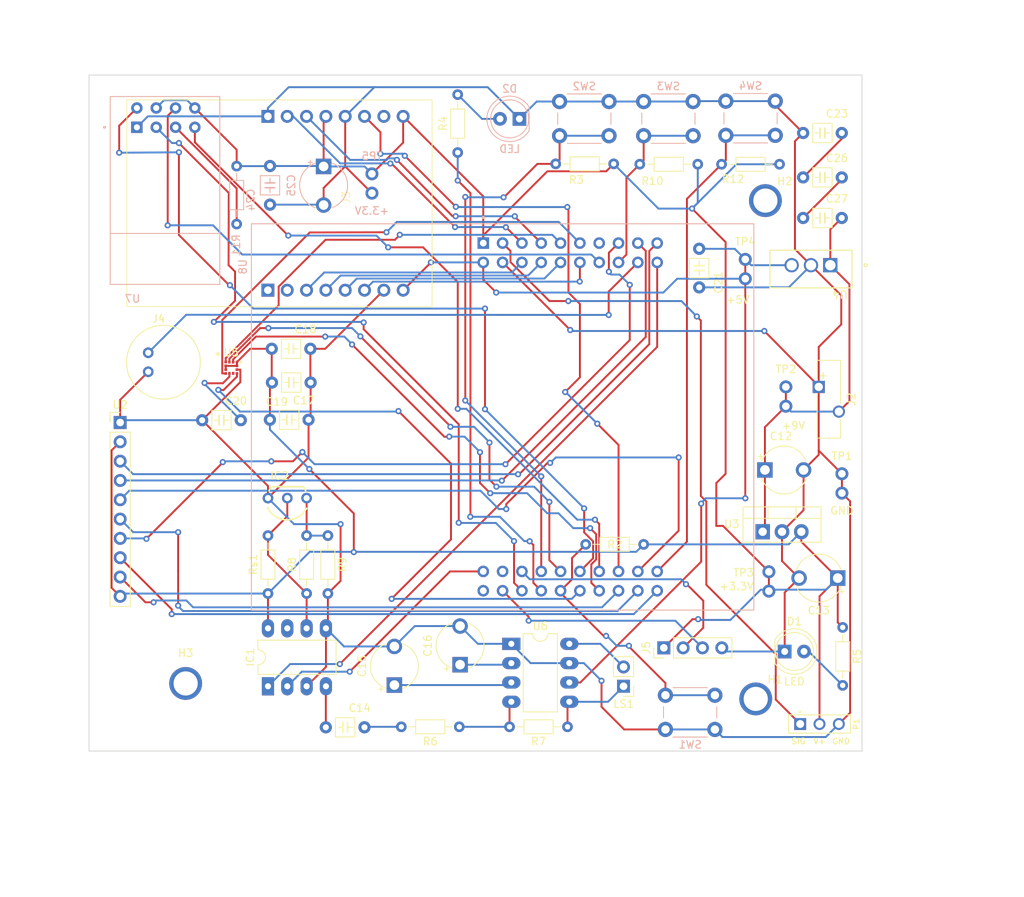
<source format=kicad_pcb>
(kicad_pcb (version 20221018) (generator pcbnew)
  (title_block (title "ECE 445L Lab 7") (date "2024-03-29") (rev "v1.0.0") (company "The University of Texas at Austin"))
  (layers (0 "F.Cu" signal) (31 "B.Cu" signal) (34 "B.Paste" user) (35 "F.Paste" user) (36 "B.SilkS" user "B.Silkscreen") (37 "F.SilkS" user "F.Silkscreen") (38 "B.Mask" user) (39 "F.Mask" user) (44 "Edge.Cuts" user))
  (net 0 "")
  (net 1 "VBUS")
  (net 2 "/Reset")
  (net 3 "PD6")
  (net 4 "PB7")
  (net 5 "PF4")
  (net 6 "PE3")
  (net 7 "PE2")
  (net 8 "PE1")
  (net 9 "PE0")
  (net 10 "PD7")
  (net 11 "PC7")
  (net 12 "PC6")
  (net 13 "PC5")
  (net 14 "PC4")
  (net 15 "PA2")
  (net 16 "PA3")
  (net 17 "PA4")
  (net 18 "PA5")
  (net 19 "PA6")
  (net 20 "PA7")
  (net 21 "PF0")
  (net 22 "PF1")
  (net 23 "PF2")
  (net 24 "PF3")
  (net 25 "PB0")
  (net 26 "PB1")
  (net 27 "PB2")
  (net 28 "PB3")
  (net 29 "PB5")
  (net 30 "PB4")
  (net 31 "PE4")
  (net 32 "PE5")
  (net 33 "PD0")
  (net 34 "PD1")
  (net 35 "PD2")
  (net 36 "PD3")
  (net 40 "Net-(D1-A)")
  (net 41 "Net-(D2-A)")
  (net 42 "GPIO4")
  (net 43 "GPIO2")
  (net 44 "+9V")
  (net 45 "+3.3V")
  (net 46 "GPIO16")
  (net 47 "Net-(IC1-OUTA)")
  (net 48 "Vz")
  (net 50 "Net-(IC2-Pad1)")
  (net 51 "Net-(U6-VO1)")
  (net 52 "Net-(U6-VO2)")
  (net 53 "Net-(U7-IO0)")
  (net 54 "Net-(U6-FC2)")
  (net 55 "Net-(U6-FC1)")
  (net 56 "Net-(U6-VIN)")
  (net 57 "Net-(C23-Pad2)")
  (net 58 "Net-(C26-Pad2)")
  (net 59 "Net-(C14-Pad2)")
  (net 60 "Net-(U5-C1)")
  (net 61 "PB6")
  (net 62 "GND")
  (footprint "ECE445L:ti_LM4041CILPR" (layer "F.Cu") (at 92.098 96.273098 180)
    (fp_text reference "IC2")
    (fp_text value "LM4041CILPR")
  )
  (footprint "ECE445L:R_Axial_DIN0204_L3.6mm_D1.6mm_P7.62mm_Horizontal" (layer "F.Cu") (at 94.638 108.827 90)
    (fp_text reference "R8")
    (fp_text value "47k")
  )
  (footprint "ECE445L:R_Axial_DIN0204_L3.6mm_D1.6mm_P7.62mm_Horizontal" (layer "F.Cu") (at 114.496 50.829 90)
    (fp_text reference "R4")
    (fp_text value "470")
  )
  (footprint "ECE445L:C_Axial_200mil" (layer "F.Cu") (at 159.89975 48.258)
    (fp_text reference "C23")
    (fp_text value "0.1uF")
  )
  (footprint "ECE445L:Testpoint_1x02_P2.54mm" (layer "F.Cu") (at 155.3972 105.9638)
    (fp_text reference "TP3")
    (fp_text value "+3.3V")
  )
  (footprint "our_symbols:CUI_CMA-6542PF" (layer "F.Cu") (at 75.819 78.4098)
    (fp_text reference "J4")
    (fp_text value "Microphone")
  )
  (footprint "Battery:Battery_Panasonic_CR1025-VSK_Vertical_CircularHoles" (layer "F.Cu") (at 161.948 81.649 -90)
    (fp_text reference "J2")
    (fp_text value "Battery")
  )
  (footprint "our_symbols:XDCR_SEN-11574" (layer "F.Cu") (at 162.052 125.984 -90)
    (fp_text reference "P1")
    (fp_text value "SEN-11574")
  )
  (footprint "ECE445L:R_Axial_DIN0204_L3.6mm_D1.6mm_P7.62mm_Horizontal" (layer "F.Cu") (at 127.378 52.319)
    (fp_text reference "R3")
    (fp_text value "10k")
  )
  (footprint "ECE445L:R_Axial_DIN0204_L3.6mm_D1.6mm_P7.62mm_Horizontal" (layer "F.Cu") (at 149.178 52.369)
    (fp_text reference "R12")
    (fp_text value "10k")
  )
  (footprint "ECE445L:Testpoint_1x02_P2.54mm" (layer "F.Cu") (at 152.296 64.88)
    (fp_text reference "TP4")
    (fp_text value "+5V")
  )
  (footprint "ECE445L:MountingHole_4_40" (layer "F.Cu") (at 153.67 122.682)
    (fp_text reference "H1")
    (fp_text value "~")
  )
  (footprint "Connector_PinHeader_2.54mm:PinHeader_1x02_P2.54mm_Vertical" (layer "F.Cu") (at 136.294 121.019 180)
    (fp_text reference "LS1")
    (fp_text value "Speaker")
  )
  (footprint "ECE445L:C_Axial_200mil" (layer "F.Cu") (at 159.89975 54.1)
    (fp_text reference "C26")
    (fp_text value "0.1uF")
  )
  (footprint "ECE445L:C_Axial_200mil" (layer "F.Cu") (at 89.812 85.967)
    (fp_text reference "C17")
    (fp_text value "100nF")
  )
  (footprint "ECE445L:R_Axial_DIN0204_L3.6mm_D1.6mm_P7.62mm_Horizontal" (layer "F.Cu") (at 114.704 126.353 180)
    (fp_text reference "R6")
    (fp_text value "10k")
  )
  (footprint "our_symbols:ESP32-CAM_v1" (layer "F.Cu") (at 100.343 56.737 90)
    (fp_text reference "J3")
    (fp_text value "Conn_02x08_Counter_Clockwise (ESP32 Cam)")
  )
  (footprint "ECE445L:CP_Radial_Tantal200mil" (layer "F.Cu") (at 164.448 106.795 180)
    (fp_text reference "C13")
    (fp_text value "4.7uF")
  )
  (footprint "ECE445L:LED_D5.0mm" (layer "F.Cu") (at 157.475 116.447)
    (fp_text reference "D1")
    (fp_text value "LED")
  )
  (footprint "ECE445L:R_Axial_DIN0204_L3.6mm_D1.6mm_P7.62mm_Horizontal" (layer "F.Cu") (at 128.928 126.353 180)
    (fp_text reference "R7")
    (fp_text value "3k")
  )
  (footprint "ECE445L:R_Axial_DIN0204_L3.6mm_D1.6mm_P7.62mm_Horizontal" (layer "F.Cu") (at 138.938 102.362 180)
    (fp_text reference "R2")
    (fp_text value "10k")
  )
  (footprint "ECE445L:DIP-8_W7.62mm_LongPads" (layer "F.Cu") (at 89.558 121.019 90)
    (fp_text reference "IC1")
    (fp_text value "TLV5618AIP")
  )
  (footprint "ECE445L:C_Axial_200mil" (layer "F.Cu") (at 159.89975 59.434)
    (fp_text reference "C27")
    (fp_text value "0.1uF")
  )
  (footprint "ECE445L:C_Axial_200mil" (layer "F.Cu") (at 80.90575 86.032)
    (fp_text reference "C20")
    (fp_text value "220nF")
  )
  (footprint "our_symbols:SON_03AGRTR_STM" (layer "F.Cu") (at 84.738063 79.1302)
    (fp_text reference "U5")
    (fp_text value "LSM303AGRTR")
  )
  (footprint "ECE445L:Testpoint_1x02_P2.54mm" (layer "F.Cu") (at 157.63 81.649)
    (fp_text reference "TP2")
    (fp_text value "+9V")
  )
  (footprint "ECE445L:C_Axial_200mil" (layer "F.Cu") (at 90.04975 76.634)
    (fp_text reference "C18")
    (fp_text value "100nF")
  )
  (footprint "ECE445L:CP_Radial_Tantal200mil" (layer "F.Cu") (at 154.876 92.571)
    (fp_text reference "C12")
    (fp_text value "4.7uF")
  )
  (footprint "Connector_PinHeader_2.54mm:PinHeader_1x10_P2.54mm_Vertical" (layer "F.Cu") (at 70.1294 86.3346)
    (fp_text reference "U2")
    (fp_text value "Adafruit ST7735R")
  )
  (footprint "ECE445L:R_Axial_DIN0204_L3.6mm_D1.6mm_P7.62mm_Horizontal" (layer "F.Cu") (at 89.558 108.827 90)
    (fp_text reference "Rs1")
    (fp_text value "1k")
  )
  (footprint "ECE445L:CP_Radial_Tantal200mil" (layer "F.Cu") (at 106.172 120.864 90)
    (fp_text reference "C15")
    (fp_text value "1.0uF")
  )
  (footprint "ECE445L:CP_Radial_Tantal200mil" (layer "F.Cu") (at 114.808 118.185 90)
    (fp_text reference "C16")
    (fp_text value "4.7 uF")
  )
  (footprint "Package_TO_SOT_THT:TO-220-3_Vertical" (layer "F.Cu") (at 154.582 100.699)
    (fp_text reference "U3")
    (fp_text value "LM2937xT")
  )
  (footprint "ECE445L:R_Axial_DIN0204_L3.6mm_D1.6mm_P7.62mm_Horizontal" (layer "F.Cu") (at 138.428 52.3636)
    (fp_text reference "R10")
    (fp_text value "10k")
  )
  (footprint "ECE445L:R_Axial_DIN0204_L3.6mm_D1.6mm_P7.62mm_Horizontal" (layer "F.Cu") (at 97.432 101.207 -90)
    (fp_text reference "R9")
    (fp_text value "10k")
  )
  (footprint "ECE445L:C_Axial_200mil" (layer "F.Cu") (at 146.239 63.48375 -90)
    (fp_text reference "C21")
    (fp_text value "0.1uF")
  )
  (footprint "ECE445L:C_Axial_200mil" (layer "F.Cu") (at 95.16225 81.076 180)
    (fp_text reference "C19")
    (fp_text value "10uF")
  )
  (footprint "Package_DIP:DIP-8_W7.62mm_LongPads" (layer "F.Cu") (at 121.547 115.441)
    (fp_text reference "U6")
    (fp_text value "MCP34119P")
  )
  (footprint "ECE445L:R_Axial_DIN0204_L3.6mm_D1.6mm_P7.62mm_Horizontal" (layer "F.Cu") (at 165.1 113.284 -90)
    (fp_text reference "R5")
    (fp_text value "470")
  )
  (footprint "ECE445L:MountingHole_4_40" (layer "F.Cu") (at 78.74 120.65)
    (fp_text reference "H3")
    (fp_text value "~")
  )
  (footprint "ECE445L:Testpoint_1x02_P2.54mm" (layer "F.Cu") (at 164.996 93.074)
    (fp_text reference "TP1")
    (fp_text value "GND")
  )
  (footprint "our_symbols:T03B_TEX" (layer "F.Cu") (at 163.472 65.647 180)
    (fp_text reference "U4")
    (fp_text value "LM78M05CT")
  )
  (footprint "ECE445L:C_Axial_200mil" (layer "F.Cu") (at 97.16175 126.418)
    (fp_text reference "C14")
    (fp_text value "0.1 uF")
  )
  (footprint "ECE445L:MountingHole_4_40" (layer "F.Cu") (at 154.94 57.15)
    (fp_text reference "H2")
    (fp_text value "~")
  )
  (footprint "Connector_PinHeader_2.54mm:PinHeader_1x04_P2.54mm_Vertical" (layer "F.Cu") (at 141.588 115.969 90)
    (fp_text reference "J5")
    (fp_text value "MAX30102")
  )
  (footprint "footprints:ai_thinker_ESP8266_01" (layer "B.Cu") (at 76.138 55.819)
    (fp_text reference "U7")
    (fp_text value "ESP8266-01/ESP-01")
  )
  (footprint "ECE445L:ti_EKTM4C123GXL" (layer "B.Cu") (at 120.396 85.598 -90)
    (fp_text reference "U8")
    (fp_text value "EK-TM4C123GXL")
  )
  (footprint "Button_Switch_THT:SW_PUSH_6mm" (layer "B.Cu") (at 141.8 126.7)
    (fp_text reference "SW1")
    (fp_text value "Reset")
  )
  (footprint "ECE445L:Testpoint_1x02_P2.54mm" (layer "B.Cu") (at 103.222 53.628 180)
    (fp_text reference "TP5")
    (fp_text value "+3.3V")
  )
  (footprint "ECE445L:R_Axial_DIN0204_L3.6mm_D1.6mm_P7.62mm_Horizontal" (layer "B.Cu") (at 85.442 52.617 -90)
    (fp_text reference "R11")
    (fp_text value "10k")
  )
  (footprint "Button_Switch_THT:SW_PUSH_6mm" (layer "B.Cu") (at 134.388 44.119 180)
    (fp_text reference "SW2")
    (fp_text value "Input")
  )
  (footprint "ECE445L:CP_Radial_Tantal200mil" (layer "B.Cu") (at 96.872 52.657 -90)
    (fp_text reference "C25")
    (fp_text value "4.7uF")
  )
  (footprint "Button_Switch_THT:SW_PUSH_6mm" (layer "B.Cu") (at 156.238 44.069 180)
    (fp_text reference "SW4")
    (fp_text value "Input")
  )
  (footprint "ECE445L:C_Axial_200mil" (layer "B.Cu") (at 89.825 52.60075 -90)
    (fp_text reference "C24")
    (fp_text value "100nF")
  )
  (footprint "Button_Switch_THT:SW_PUSH_6mm" (layer "B.Cu") (at 145.438 44.119 180)
    (fp_text reference "SW3")
    (fp_text value "Input")
  )
  (footprint "ECE445L:LED_D5.0mm" (layer "B.Cu") (at 122.6 46.4 180)
    (fp_text reference "D2")
    (fp_text value "LED")
  )
  (gr_line (start 66.04 40.64) (end 66.04 129.54) (stroke (width 0.1)) (layer "Edge.Cuts"))
  (gr_line (start 66.04 40.64) (end 167.64 40.64) (stroke (width 0.1)) (layer "Edge.Cuts"))
  (gr_line (start 167.64 40.64) (end 167.64 129.54) (stroke (width 0.1)) (layer "Edge.Cuts"))
  (gr_line (start 167.64 129.54) (end 66.04 129.54) (stroke (width 0.1)) (layer "Edge.Cuts"))
  (segment (start 152.4 96.3) (end 152.3 96.2) (width 0.25) (layer "F.Cu") (net 1))
  (segment (start 119.5578 69.2404) (end 117.856 67.5386) (width 0.25) (layer "F.Cu") (net 1))
  (segment (start 110.9726 65.278) (end 110.9726 65.2844) (width 0.25) (layer "F.Cu") (net 1))
  (segment (start 152.3 96.2) (end 152.3 96.3) (width 0.25) (layer "F.Cu") (net 1))
  (segment (start 117.856 67.5386) (end 117.856 65.278) (width 0.25) (layer "F.Cu") (net 1))
  (segment (start 152.296 96.196) (end 152.3 96.2) (width 0.25) (layer "F.Cu") (net 1))
  (segment (start 152.296 67.42) (end 152.296 96.196) (width 0.25) (layer "F.Cu") (net 1))
  (segment (start 129.167 120.521) (end 130.617 120.521) (width 0.25) (layer "F.Cu") (net 1))
  (segment (start 130.617 120.521) (end 146.5 104.638) (width 0.25) (layer "F.Cu") (net 1))
  (segment (start 152.3 96.3) (end 152.4 96.3) (width 0.25) (layer "F.Cu") (net 1))
  (segment (start 110.9726 65.2844) (end 107.328 68.929) (width 0.25) (layer "F.Cu") (net 1))
  (segment (start 152.296 64.88) (end 152.296 67.42) (width 0.25) (layer "F.Cu") (net 1))
  (segment (start 146.5 104.638) (end 146.5 97) (width 0.25) (layer "F.Cu") (net 1))
  (via (at 152.3 96.3) (size 0.8) (drill 0.4) (layers "F.Cu" "B.Cu") (net 1))
  (via (at 146.5 97) (size 0.8) (drill 0.4) (layers "F.Cu" "B.Cu") (net 1))
  (via (at 119.5578 69.2404) (size 0.8) (drill 0.4) (layers "F.Cu" "B.Cu") (net 1))
  (via (at 110.9726 65.278) (size 0.8) (drill 0.4) (layers "F.Cu" "B.Cu") (net 1))
  (segment (start 152.296 64.88) (end 150.89975 63.48375) (width 0.25) (layer "B.Cu") (net 1))
  (segment (start 141.5288 69.2404) (end 119.5578 69.2404) (width 0.25) (layer "B.Cu") (net 1))
  (segment (start 119.5578 69.2404) (end 119.5832 69.2404) (width 0.25) (layer "B.Cu") (net 1))
  (segment (start 152.3 96.3) (end 147.1 96.3) (width 0.25) (layer "B.Cu") (net 1))
  (segment (start 110.9726 65.278) (end 110.979 65.278) (width 0.25) (layer "B.Cu") (net 1))
  (segment (start 146.4 97) (end 146.5 96.9) (width 0.25) (layer "B.Cu") (net 1))
  (segment (start 143.3492 67.42) (end 141.5288 69.2404) (width 0.25) (layer "B.Cu") (net 1))
  (segment (start 146.5 96.9) (end 146.5 97) (width 0.25) (layer "B.Cu") (net 1))
  (segment (start 153.063 65.647) (end 152.296 64.88) (width 0.25) (layer "B.Cu") (net 1))
  (segment (start 147.1 96.3) (end 146.5 96.9) (width 0.25) (layer "B.Cu") (net 1))
  (segment (start 150.89975 63.48375) (end 146.239 63.48375) (width 0.25) (layer "B.Cu") (net 1))
  (segment (start 152.296 67.42) (end 143.3492 67.42) (width 0.25) (layer "B.Cu") (net 1))
  (segment (start 117.856 65.278) (end 110.9726 65.278) (width 0.25) (layer "B.Cu") (net 1))
  (segment (start 146.5 97) (end 146.4 97) (width 0.25) (layer "B.Cu") (net 1))
  (segment (start 158.392 65.647) (end 153.063 65.647) (width 0.25) (layer "B.Cu") (net 1))
  (segment (start 129.521 104.159) (end 129.521 106.953) (width 0.25) (layer "F.Cu") (net 2))
  (segment (start 137 115.8) (end 137 115.7) (width 0.25) (layer "F.Cu") (net 2))
  (segment (start 137 115.7) (end 136.9 115.7) (width 0.25) (layer "F.Cu") (net 2))
  (segment (start 141.8 122.2) (end 141.8 120.6) (width 0.25) (layer "F.Cu") (net 2))
  (segment (start 148.3 122.2) (end 148.083 121.983) (width 0.25) (layer "F.Cu") (net 2))
  (segment (start 136.9 115.7) (end 137 115.8) (width 0.25) (layer "F.Cu") (net 2))
  (segment (start 131.318 102.362) (end 129.521 104.159) (width 0.25) (layer "F.Cu") (net 2))
  (segment (start 133.669 114.4) (end 127.868 108.599) (width 0.25) (layer "F.Cu") (net 2))
  (segment (start 129.521 106.953) (end 128.016 108.458) (width 0.25) (layer "F.Cu") (net 2))
  (segment (start 141.8 120.6) (end 137 115.8) (width 0.25) (layer "F.Cu") (net 2))
  (segment (start 134 114.4) (end 133.669 114.4) (width 0.25) (layer "F.Cu") (net 2))
  (via (at 134 114.4) (size 0.8) (drill 0.4) (layers "F.Cu" "B.Cu") (net 2))
  (via (at 137 115.7) (size 0.8) (drill 0.4) (layers "F.Cu" "B.Cu") (net 2))
  (segment (start 141.8 122.2) (end 148.3 122.2) (width 0.25) (layer "B.Cu") (net 2))
  (segment (start 134 114.3) (end 134.1 114.4) (width 0.25) (layer "B.Cu") (net 2))
  (segment (start 137 115.7) (end 135.4 115.7) (width 0.25) (layer "B.Cu") (net 2))
  (segment (start 134.1 114.4) (end 134 114.4) (width 0.25) (layer "B.Cu") (net 2))
  (segment (start 134 114.4) (end 134 114.3) (width 0.25) (layer "B.Cu") (net 2))
  (segment (start 135.4 115.7) (end 134.1 114.4) (width 0.25) (layer "B.Cu") (net 2))
  (segment (start 104.3432 48.1642) (end 102.248 46.069) (width 0.25) (layer "F.Cu") (net 3))
  (segment (start 111.0394 54.753) (end 107.5436 51.2572) (width 0.25) (layer "F.Cu") (net 3))
  (segment (start 107.5436 51.2572) (end 107.5944 51.308) (width 0.25) (layer "F.Cu") (net 3))
  (segment (start 128.6256 82.3214) (end 130.556 80.391) (width 0.25) (layer "F.Cu") (net 3))
  (segment (start 130.556 80.391) (end 130.556 70.739) (width 0.25) (layer "F.Cu") (net 3))
  (segment (start 128.903 58.103) (end 128.9 58.1) (width 0.25) (layer "F.Cu") (net 3))
  (segment (start 135.636 89.281) (end 135.636 105.918) (width 0.25) (layer "F.Cu") (net 3))
  (segment (start 114.2492 57.9628) (end 111.0394 54.753) (width 0.25) (layer "F.Cu") (net 3))
  (segment (start 128.9 58) (end 129.051 58.151) (width 0.25) (layer "F.Cu") (net 3))
  (segment (start 129.051 69.234) (end 130.556 70.739) (width 0.25) (layer "F.Cu") (net 3))
  (segment (start 128.8 58) (end 128.9 58.1) (width 0.25) (layer "F.Cu") (net 3))
  (segment (start 132.842 86.487) (end 135.636 89.281) (width 0.25) (layer "F.Cu") (net 3))
  (segment (start 129.051 58.151) (end 129.051 69.234) (width 0.25) (layer "F.Cu") (net 3))
  (segment (start 128.9 58) (end 128.8 58) (width 0.25) (layer "F.Cu") (net 3))
  (segment (start 128.9 58.1) (end 128.9 58) (width 0.25) (layer "F.Cu") (net 3))
  (segment (start 104.3432 51.0032) (end 104.3432 48.1642) (width 0.25) (layer "F.Cu") (net 3))
  (via (at 128.9 58) (size 0.8) (drill 0.4) (layers "F.Cu" "B.Cu") (net 3))
  (via (at 114.2492 57.9628) (size 0.8) (drill 0.4) (layers "F.Cu" "B.Cu") (net 3))
  (via (at 128.6256 82.3214) (size 0.8) (drill 0.4) (layers "F.Cu" "B.Cu") (net 3))
  (via (at 132.842 86.487) (size 0.8) (drill 0.4) (layers "F.Cu" "B.Cu") (net 3))
  (via (at 104.3432 51.0032) (size 0.8) (drill 0.4) (layers "F.Cu" "B.Cu") (net 3))
  (via (at 107.5436 51.2572) (size 0.8) (drill 0.4) (layers "F.Cu" "B.Cu") (net 3))
  (segment (start 114.2492 57.9628) (end 114.212 58) (width 0.25) (layer "B.Cu") (net 3))
  (segment (start 128.6256 82.3214) (end 128.6002 82.3468) (width 0.25) (layer "B.Cu") (net 3))
  (segment (start 128.9 58) (end 114.2864 58) (width 0.25) (layer "B.Cu") (net 3))
  (segment (start 130.556 84.201) (end 132.842 86.487) (width 0.25) (layer "B.Cu") (net 3))
  (segment (start 114.2864 58) (end 114.2492 57.9628) (width 0.25) (layer "B.Cu") (net 3))
  (segment (start 130.556 84.201) (end 128.7018 82.3468) (width 0.25) (layer "B.Cu") (net 3))
  (segment (start 114.212 58) (end 114.179 58) (width 0.25) (layer "B.Cu") (net 3))
  (segment (start 107.5436 51.2572) (end 107.2642 50.9778) (width 0.25) (layer "B.Cu") (net 3))
  (segment (start 107.2642 50.9778) (end 104.3432 51.0032) (width 0.25) (layer "B.Cu") (net 3))
  (segment (start 128.7018 82.3468) (end 128.6256 82.3214) (width 0.25) (layer "B.Cu") (net 3))
  (segment (start 104.3432 51.0032) (end 104.3686 50.9778) (width 0.25) (layer "B.Cu") (net 3))
  (segment (start 83.714852 82.0674) (end 83.0326 82.042) (width 0.25) (layer "F.Cu") (net 4))
  (segment (start 106.7054 84.836) (end 113.6142 91.7448) (width 0.25) (layer "F.Cu") (net 4))
  (segment (start 105.8164 109.4994) (end 105.8164 109.5248) (width 0.25) (layer "F.Cu") (net 4))
  (segment (start 105.791 109.5248) (end 105.8418 109.474) (width 0.25) (layer "F.Cu") (net 4))
  (segment (start 85.476863 79.880389) (end 85.476863 80.305389) (width 0.25) (layer "F.Cu") (net 4))
  (segment (start 113.6142 101.7016) (end 105.8164 109.4994) (width 0.25) (layer "F.Cu") (net 4))
  (segment (start 113.6142 91.7448) (end 113.6142 101.7016) (width 0.25) (layer "F.Cu") (net 4))
  (segment (start 85.476863 80.305389) (end 83.714852 82.0674) (width 0.25) (layer "F.Cu") (net 4))
  (segment (start 105.8164 109.5248) (end 105.791 109.5248) (width 0.25) (layer "F.Cu") (net 4))
  (segment (start 83.0326 82.042) (end 83.058 82.0674) (width 0.25) (layer "F.Cu") (net 4))
  (via (at 83.0326 82.042) (size 0.8) (drill 0.4) (layers "F.Cu" "B.Cu") (net 4))
  (via (at 106.7054 84.836) (size 0.8) (drill 0.4) (layers "F.Cu" "B.Cu") (net 4))
  (via (at 105.8164 109.5248) (size 0.8) (drill 0.4) (layers "F.Cu" "B.Cu") (net 4))
  (segment (start 106.7614 84.892) (end 106.8526 84.892) (width 0.25) (layer "B.Cu") (net 4))
  (segment (start 85.8826 84.892) (end 106.6494 84.892) (width 0.25) (layer "B.Cu") (net 4))
  (segment (start 83.0326 82.042) (end 85.8826 84.892) (width 0.25) (layer "B.Cu") (net 4))
  (segment (start 105.8164 109.5248) (end 129.4892 109.5248) (width 0.25) (layer "B.Cu") (net 4))
  (segment (start 129.4892 109.5248) (end 130.556 108.458) (width 0.25) (layer "B.Cu") (net 4))
  (segment (start 106.6494 84.892) (end 106.7054 84.836) (width 0.25) (layer "B.Cu") (net 4))
  (segment (start 106.8526 84.892) (end 106.8578 84.8868) (width 0.25) (layer "B.Cu") (net 4))
  (segment (start 106.7054 84.836) (end 106.7614 84.892) (width 0.25) (layer "B.Cu") (net 4))
  (segment (start 144.625 56.922) (end 144.625 102.009) (width 0.25) (layer "F.Cu") (net 5))
  (segment (start 144.625 102.009) (end 140.716 105.918) (width 0.25) (layer "F.Cu") (net 5))
  (segment (start 149.178 52.369) (end 144.625 56.922) (width 0.25) (layer "F.Cu") (net 5))
  (segment (start 149.738 48.569) (end 149.738 51.809) (width 0.25) (layer "F.Cu") (net 5))
  (segment (start 149.738 51.809) (end 149.178 52.369) (width 0.25) (layer "F.Cu") (net 5))
  (segment (start 156.238 48.569) (end 149.738 48.569) (width 0.25) (layer "B.Cu") (net 5))
  (segment (start 134.3406 69.1134) (end 138.176 65.278) (width 0.25) (layer "F.Cu") (net 6))
  (segment (start 134.3406 72.1868) (end 134.3406 69.1134) (width 0.25) (layer "F.Cu") (net 6))
  (via (at 134.3406 72.1868) (size 0.8) (drill 0.4) (layers "F.Cu" "B.Cu") (net 6))
  (segment (start 78.8174 72.1614) (end 134.3406 72.1868) (width 0.25) (layer "B.Cu") (net 6))
  (segment (start 134.3406 72.1868) (end 134.3406 72.1614) (width 0.25) (layer "B.Cu") (net 6))
  (segment (start 73.819 77.1598) (end 78.8174 72.1614) (width 0.25) (layer "B.Cu") (net 6))
  (segment (start 136.671 64.243) (end 135.636 65.278) (width 0.25) (layer "F.Cu") (net 7))
  (segment (start 138.938 51.8536) (end 138.428 52.3636) (width 0.25) (layer "F.Cu") (net 7))
  (segment (start 138.428 52.3636) (end 136.671 54.1206) (width 0.25) (layer "F.Cu") (net 7))
  (segment (start 136.671 54.1206) (end 136.671 64.243) (width 0.25) (layer "F.Cu") (net 7))
  (segment (start 138.938 48.619) (end 138.938 51.8536) (width 0.25) (layer "F.Cu") (net 7))
  (segment (start 145.438 48.619) (end 138.938 48.619) (width 0.25) (layer "B.Cu") (net 7))
  (segment (start 77.408 44.969) (end 76.383 45.994) (width 0.25) (layer "F.Cu") (net 8))
  (segment (start 76.3778 60.4012) (end 76.383 60.381) (width 0.25) (layer "F.Cu") (net 8))
  (segment (start 76.383 45.994) (end 76.3778 60.4012) (width 0.25) (layer "F.Cu") (net 8))
  (via (at 76.3778 60.4012) (size 0.8) (drill 0.4) (layers "F.Cu" "B.Cu") (net 8))
  (segment (start 86.178778 64.243) (end 132.061 64.243) (width 0.25) (layer "B.Cu") (net 8))
  (segment (start 76.3778 60.4012) (end 82.336978 60.4012) (width 0.25) (layer "B.Cu") (net 8))
  (segment (start 132.061 64.243) (end 133.096 65.278) (width 0.25) (layer "B.Cu") (net 8))
  (segment (start 82.336978 60.4012) (end 86.178778 64.243) (width 0.25) (layer "B.Cu") (net 8))
  (segment (start 114.6302 86.5632) (end 102.1334 74.0664) (width 0.25) (layer "F.Cu") (net 9))
  (segment (start 121.8946 101.9302) (end 121.901 101.9238) (width 0.25) (layer "F.Cu") (net 9))
  (segment (start 77.851 49.5808) (end 84.4042 56.134) (width 0.25) (layer "F.Cu") (net 9))
  (segment (start 114.6302 99.5172) (end 114.6302 86.5632) (width 0.25) (layer "F.Cu") (net 9))
  (segment (start 85.2316 66.4864) (end 84.3788 65.6336) (width 0.25) (layer "F.Cu") (net 9))
  (segment (start 85.2316 70.318) (end 85.2316 66.4864) (width 0.25) (layer "F.Cu") (net 9))
  (segment (start 102.1334 74.0664) (end 102.1334 73.1774) (width 0.25) (layer "F.Cu") (net 9))
  (segment (start 84.4042 56.134) (end 84.3788 65.6336) (width 0.25) (layer "F.Cu") (net 9))
  (segment (start 121.901 107.423) (end 121.901 101.9366) (width 0.25) (layer "F.Cu") (net 9))
  (segment (start 121.901 101.9238) (end 121.901 101.8604) (width 0.25) (layer "F.Cu") (net 9))
  (segment (start 121.901 101.9366) (end 121.8946 101.9302) (width 0.25) (layer "F.Cu") (net 9))
  (segment (start 122.936 108.458) (end 121.901 107.423) (width 0.25) (layer "F.Cu") (net 9))
  (segment (start 82.4484 73.1012) (end 85.2316 70.318) (width 0.25) (layer "F.Cu") (net 9))
  (via (at 82.4484 73.1012) (size 0.8) (drill 0.4) (layers "F.Cu" "B.Cu") (net 9))
  (via (at 102.1334 73.1774) (size 0.8) (drill 0.4) (layers "F.Cu" "B.Cu") (net 9))
  (via (at 114.6302 99.5172) (size 0.8) (drill 0.4) (layers "F.Cu" "B.Cu") (net 9))
  (via (at 121.8946 101.9302) (size 0.8) (drill 0.4) (layers "F.Cu" "B.Cu") (net 9))
  (via (at 77.851 49.5808) (size 0.8) (drill 0.4) (layers "F.Cu" "B.Cu") (net 9))
  (segment (start 119.507 99.5426) (end 114.6556 99.5426) (width 0.25) (layer "B.Cu") (net 9))
  (segment (start 82.4484 73.1012) (end 82.4738 73.1012) (width 0.25) (layer "B.Cu") (net 9))
  (segment (start 102.1334 73.1774) (end 102.0572 73.1012) (width 0.25) (layer "B.Cu") (net 9))
  (segment (start 74.868 47.509) (end 76.9398 49.5808) (width 0.25) (layer "B.Cu") (net 9))
  (segment (start 114.6302 99.5172) (end 114.6048 99.5426) (width 0.25) (layer "B.Cu") (net 9))
  (segment (start 114.6048 99.5426) (end 114.5286 99.5426) (width 0.25) (layer "B.Cu") (net 9))
  (segment (start 114.6556 99.5426) (end 114.6302 99.5172) (width 0.25) (layer "B.Cu") (net 9))
  (segment (start 121.8946 101.9302) (end 119.507 99.5426) (width 0.25) (layer "B.Cu") (net 9))
  (segment (start 102.0572 73.1012) (end 82.4484 73.1012) (width 0.25) (layer "B.Cu") (net 9))
  (segment (start 76.9398 49.5808) (end 77.851 49.5808) (width 0.25) (layer "B.Cu") (net 9))
  (segment (start 77.851 49.5808) (end 77.8764 49.5808) (width 0.25) (layer "B.Cu") (net 9))
  (segment (start 126.299405 91.6432) (end 120.8786 97.064005) (width 0.25) (layer "F.Cu") (net 10))
  (segment (start 126.6444 91.6432) (end 126.299405 91.6432) (width 0.25) (layer "F.Cu") (net 10))
  (segment (start 120.8786 97.064005) (end 120.8786 97.7138) (width 0.25) (layer "F.Cu") (net 10))
  (segment (start 120.8786 97.7138) (end 120.8786 97.7646) (width 0.25) (layer "F.Cu") (net 10))
  (segment (start 143.5354 90.932) (end 143.5354 91.186) (width 0.25) (layer "F.Cu") (net 10))
  (segment (start 143.5354 100.5586) (end 143.5354 90.932) (width 0.25) (layer "F.Cu") (net 10))
  (segment (start 138.176 105.918) (end 143.5354 100.5586) (width 0.25) (layer "F.Cu") (net 10))
  (via (at 120.8786 97.7138) (size 0.8) (drill 0.4) (layers "F.Cu" "B.Cu") (net 10))
  (via (at 143.5354 90.932) (size 0.8) (drill 0.4) (layers "F.Cu" "B.Cu") (net 10))
  (via (at 126.6444 91.6432) (size 0.8) (drill 0.4) (layers "F.Cu" "B.Cu") (net 10))
  (segment (start 71.325902 95.298098) (end 70.1294 96.4946) (width 0.25) (layer "B.Cu") (net 10))
  (segment (start 119.898605 97.7138) (end 117.482903 95.298098) (width 0.25) (layer "B.Cu") (net 10))
  (segment (start 126.6444 91.6432) (end 126.6444 91.6686) (width 0.25) (layer "B.Cu") (net 10))
  (segment (start 143.5354 90.932) (end 127.381 90.932) (width 0.25) (layer "B.Cu") (net 10))
  (segment (start 117.482903 95.298098) (end 71.325902 95.298098) (width 0.25) (layer "B.Cu") (net 10))
  (segment (start 127.381 90.932) (end 126.6698 91.6432) (width 0.25) (layer "B.Cu") (net 10))
  (segment (start 126.6444 91.6686) (end 126.6952 91.6178) (width 0.25) (layer "B.Cu") (net 10))
  (segment (start 126.6698 91.6432) (end 126.6444 91.6432) (width 0.25) (layer "B.Cu") (net 10))
  (segment (start 120.8786 97.7138) (end 119.898605 97.7138) (width 0.25) (layer "B.Cu") (net 10))
  (segment (start 92.202 61.737314) (end 92.2274 61.7474) (width 0.25) (layer "F.Cu") (net 11))
  (segment (start 114.5032 67.854005) (end 114.5032 84.5312) (width 0.25) (layer "F.Cu") (net 11))
  (segment (start 79.948 49.483314) (end 92.202 61.737314) (width 0.25) (layer "F.Cu") (net 11))
  (segment (start 105.3592 63.2968) (end 109.945995 63.2968) (width 0.25) (layer "F.Cu") (net 11))
  (segment (start 132.5372 99.1108) (end 133.096 99.6696) (width 0.25) (layer "F.Cu") (net 11))
  (segment (start 92.2274 61.7474) (end 92.202 61.7982) (width 0.25) (layer "F.Cu") (net 11))
  (segment (start 109.945995 63.2968) (end 114.5032 67.854005) (width 0.25) (layer "F.Cu") (net 11))
  (segment (start 79.948 47.509) (end 79.948 49.483314) (width 0.25) (layer "F.Cu") (net 11))
  (segment (start 133.096 99.6696) (end 133.096 105.918) (width 0.25) (layer "F.Cu") (net 11))
  (segment (start 114.5032 84.5312) (end 114.5032 84.4804) (width 0.25) (layer "F.Cu") (net 11))
  (via (at 114.5032 84.5312) (size 0.8) (drill 0.4) (layers "F.Cu" "B.Cu") (net 11))
  (via (at 92.2274 61.7474) (size 0.8) (drill 0.4) (layers "F.Cu" "B.Cu") (net 11))
  (via (at 105.3592 63.2968) (size 0.8) (drill 0.4) (layers "F.Cu" "B.Cu") (net 11))
  (via (at 132.5372 99.1108) (size 0.8) (drill 0.4) (layers "F.Cu" "B.Cu") (net 11))
  (segment (start 130.211005 99.1108) (end 132.5372 99.1108) (width 0.25) (layer "B.Cu") (net 11))
  (segment (start 114.5032 84.5312) (end 114.771995 84.5312) (width 0.25) (layer "B.Cu") (net 11))
  (segment (start 92.2274 61.7474) (end 103.8098 61.7474) (width 0.25) (layer "B.Cu") (net 11))
  (segment (start 114.5032 84.5312) (end 115.631405 84.5312) (width 0.25) (layer "B.Cu") (net 11))
  (segment (start 132.5372 99.1108) (end 132.4864 99.1108) (width 0.25) (layer "B.Cu") (net 11))
  (segment (start 105.3592 63.2968) (end 105.3084 63.246) (width 0.25) (layer "B.Cu") (net 11))
  (segment (start 103.8098 61.7474) (end 105.3592 63.2968) (width 0.25) (layer "B.Cu") (net 11))
  (segment (start 115.631405 84.5312) (end 130.211005 99.1108) (width 0.25) (layer "B.Cu") (net 11))
  (segment (start 72.328 44.969) (end 70.0024 47.2946) (width 0.25) (layer "F.Cu") (net 12))
  (segment (start 70.0024 50.8508) (end 70.0024 50.9524) (width 0.25) (layer "F.Cu") (net 12))
  (segment (start 77.851 61.6712) (end 84.455 68.2752) (width 0.25) (layer "F.Cu") (net 12))
  (segment (start 84.455 68.2752) (end 84.5566 68.2752) (width 0.25) (layer "F.Cu") (net 12))
  (segment (start 132.293 104.181) (end 130.556 105.918) (width 0.25) (layer "F.Cu") (net 12))
  (segment (start 131.1148 97.6376) (end 131.1148 100.779941) (width 0.25) (layer "F.Cu") (net 12))
  (segment (start 118.0846 71.3486) (end 118.0846 84.582) (width 0.25) (layer "F.Cu") (net 12))
  (segment (start 131.1148 100.779941) (end 132.293 101.958141) (width 0.25) (layer "F.Cu") (net 12))
  (segment (start 84.5566 68.2752) (end 84.5566 68.3768) (width 0.25) (layer "F.Cu") (net 12))
  (segment (start 77.851 50.8) (end 77.851 61.6712) (width 0.25) (layer "F.Cu") (net 12))
  (segment (start 132.293 101.958141) (end 132.293 104.181) (width 0.25) (layer "F.Cu") (net 12))
  (segment (start 84.5566 68.3768) (end 84.4804 68.3006) (width 0.25) (layer "F.Cu") (net 12))
  (segment (start 118.0846 84.582) (end 118.0846 84.5058) (width 0.25) (layer "F.Cu") (net 12))
  (segment (start 70.0024 47.2946) (end 70.0024 50.8508) (width 0.25) (layer "F.Cu") (net 12))
  (via (at 118.0846 71.3486) (size 0.8) (drill 0.4) (layers "F.Cu" "B.Cu") (net 12))
  (via (at 131.1148 97.6376) (size 0.8) (drill 0.4) (layers "F.Cu" "B.Cu") (net 12))
  (via (at 77.851 50.8) (size 0.8) (drill 0.4) (layers "F.Cu" "B.Cu") (net 12))
  (via (at 84.5566 68.2752) (size 0.8) (drill 0.4) (layers "F.Cu" "B.Cu") (net 12))
  (via (at 118.0846 84.582) (size 0.8) (drill 0.4) (layers "F.Cu" "B.Cu") (net 12))
  (via (at 70.0024 50.8508) (size 0.8) (drill 0.4) (layers "F.Cu" "B.Cu") (net 12))
  (segment (start 77.851 50.8) (end 77.8002 50.8508) (width 0.25) (layer "B.Cu") (net 12))
  (segment (start 70.0024 50.8508) (end 77.851 50.8) (width 0.25) (layer "B.Cu") (net 12))
  (segment (start 87.63 71.3486) (end 118.0846 71.3486) (width 0.25) (layer "B.Cu") (net 12))
  (segment (start 84.5566 68.2752) (end 87.63 71.3486) (width 0.25) (layer "B.Cu") (net 12))
  (segment (start 118.0846 84.582) (end 131.0894 97.5868) (width 0.25) (layer "B.Cu") (net 12))
  (segment (start 118.0846 71.3486) (end 118.0592 71.3486) (width 0.25) (layer "B.Cu") (net 12))
  (segment (start 131.1148 97.6376) (end 131.0894 97.6122) (width 0.25) (layer "B.Cu") (net 12))
  (segment (start 131.0894 97.5868) (end 131.1148 97.6376) (width 0.25) (layer "B.Cu") (net 12))
  (segment (start 118.6688 93.853) (end 119.5832 94.7674) (width 0.25) (layer "F.Cu") (net 13))
  (segment (start 126.5428 104.4448) (end 128.016 105.918) (width 0.25) (layer "F.Cu") (net 13))
  (segment (start 119.5832 94.7674) (end 119.5451 94.7293) (width 0.25) (layer "F.Cu") (net 13))
  (segment (start 84.488 78.3914) (end 84.488 77.953059) (width 0.25) (layer "F.Cu") (net 13))
  (segment (start 88.527059 73.914) (end 89.6112 73.914) (width 0.25) (layer "F.Cu") (net 13))
  (segment (start 126.5428 96.774) (end 126.5428 104.4448) (width 0.25) (layer "F.Cu") (net 13))
  (segment (start 101.7016 75.0062) (end 113.538 86.8426) (width 0.25) (layer "F.Cu") (net 13))
  (segment (start 113.538 86.8426) (end 113.538 86.8934) (width 0.25) (layer "F.Cu") (net 13))
  (segment (start 118.6688 88.9762) (end 118.6688 93.853) (width 0.25) (layer "F.Cu") (net 13))
  (segment (start 84.488 77.953059) (end 88.527059 73.914) (width 0.25) (layer "F.Cu") (net 13))
  (via (at 119.5832 94.7674) (size 0.8) (drill 0.4) (layers "F.Cu" "B.Cu") (net 13))
  (via (at 118.6688 88.9762) (size 0.8) (drill 0.4) (layers "F.Cu" "B.Cu") (net 13))
  (via (at 113.538 86.8934) (size 0.8) (drill 0.4) (layers "F.Cu" "B.Cu") (net 13))
  (via (at 126.5428 96.774) (size 0.8) (drill 0.4) (layers "F.Cu" "B.Cu") (net 13))
  (via (at 89.6112 73.914) (size 0.8) (drill 0.4) (layers "F.Cu" "B.Cu") (net 13))
  (via (at 101.7016 75.0062) (size 0.8) (drill 0.4) (layers "F.Cu" "B.Cu") (net 13))
  (segment (start 116.6368 86.8934) (end 118.6688 88.9254) (width 0.25) (layer "B.Cu") (net 13))
  (segment (start 101.7016 75.0062) (end 101.6762 74.9808) (width 0.25) (layer "B.Cu") (net 13))
  (segment (start 124.5362 94.7674) (end 126.5428 96.774) (width 0.25) (layer "B.Cu") (net 13))
  (segment (start 119.5832 94.7674) (end 124.5362 94.7674) (width 0.25) (layer "B.Cu") (net 13))
  (segment (start 118.6688 88.9254) (end 118.6688 88.9762) (width 0.25) (layer "B.Cu") (net 13))
  (segment (start 118.6688 88.9762) (end 118.7196 88.9762) (width 0.25) (layer "B.Cu") (net 13))
  (segment (start 118.7196 88.9762) (end 118.6434 88.9) (width 0.25) (layer "B.Cu") (net 13))
  (segment (start 116.1288 86.8934) (end 116.6368 86.8934) (width 0.25) (layer "B.Cu") (net 13))
  (segment (start 89.6112 73.914) (end 100.6094 73.914) (width 0.25) (layer "B.Cu") (net 13))
  (segment (start 100.6094 73.914) (end 101.7016 75.0062) (width 0.25) (layer "B.Cu") (net 13))
  (segment (start 126.5428 96.774) (end 126.4158 96.647) (width 0.25) (layer "B.Cu") (net 13))
  (segment (start 113.538 86.8934) (end 116.1288 86.8934) (width 0.25) (layer "B.Cu") (net 13))
  (segment (start 124.973 52.319) (end 120.5738 56.7182) (width 0.25) (layer "F.Cu") (net 14))
  (segment (start 125.476 93.4212) (end 125.476 105.918) (width 0.25) (layer "F.Cu") (net 14))
  (segment (start 120.5738 56.7182) (end 120.523 56.7182) (width 0.25) (layer "F.Cu") (net 14))
  (segment (start 127.378 52.319) (end 124.973 52.319) (width 0.25) (layer "F.Cu") (net 14))
  (segment (start 127.888 48.619) (end 127.888 51.809) (width 0.25) (layer "F.Cu") (net 14))
  (segment (start 127.888 51.809) (end 127.378 52.319) (width 0.25) (layer "F.Cu") (net 14))
  (segment (start 120.523 56.769) (end 120.5738 56.7182) (width 0.25) (layer "F.Cu") (net 14))
  (segment (start 120.523 56.7182) (end 120.523 56.769) (width 0.25) (layer "F.Cu") (net 14))
  (segment (start 115.4938 83.439) (end 115.4938 56.6674) (width 0.25) (layer "F.Cu") (net 14))
  (via (at 115.4938 56.6674) (size 0.8) (drill 0.4) (layers "F.Cu" "B.Cu") (net 14))
  (via (at 125.476 93.4212) (size 0.8) (drill 0.4) (layers "F.Cu" "B.Cu") (net 14))
  (via (at 120.523 56.7182) (size 0.8) (drill 0.4) (layers "F.Cu" "B.Cu") (net 14))
  (via (at 115.4938 83.439) (size 0.8) (drill 0.4) (layers "F.Cu" "B.Cu") (net 14))
  (segment (start 120.523 56.7182) (end 117.4496 56.7182) (width 0.25) (layer "B.Cu") (net 14))
  (segment (start 134.388 48.619) (end 127.888 48.619) (width 0.25) (layer "B.Cu") (net 14))
  (segment (start 117.4496 56.7182) (end 115.6462 56.7182) (width 0.25) (layer "B.Cu") (net 14))
  (segment (start 125.476 93.4212) (end 125.4506 93.3958) (width 0.25) (layer "B.Cu") (net 14))
  (segment (start 115.4938 56.6674) (end 115.5192 56.6928) (width 0.25) (layer "B.Cu") (net 14))
  (segment (start 115.5446 56.7182) (end 115.4938 56.6674) (width 0.25) (layer "B.Cu") (net 14))
  (segment (start 115.4938 83.439) (end 125.476 93.4212) (width 0.25) (layer "B.Cu") (net 14))
  (segment (start 76.9112 110.8964) (end 70.1294 104.1146) (width 0.25) (layer "F.Cu") (net 15))
  (segment (start 76.9112 111.5314) (end 76.9112 110.8964) (width 0.25) (layer "F.Cu") (net 15))
  (via (at 76.9112 111.5314) (size 0.8) (drill 0.4) (layers "F.Cu" "B.Cu") (net 15))
  (segment (start 140.716 108.458) (end 137.6426 111.5314) (width 0.25) (layer "B.Cu") (net 15))
  (segment (start 76.9112 111.5314) (end 76.9112 111.4806) (width 0.25) (layer "B.Cu") (net 15))
  (segment (start 76.962 111.5314) (end 76.9112 111.5314) (width 0.25) (layer "B.Cu") (net 15))
  (segment (start 137.6426 111.5314) (end 125.5776 111.5314) (width 0.25) (layer "B.Cu") (net 15))
  (segment (start 125.5776 111.5314) (end 76.962 111.5314) (width 0.25) (layer "B.Cu") (net 15))
  (segment (start 76.9112 111.4806) (end 76.9366 111.506) (width 0.25) (layer "B.Cu") (net 15))
  (segment (start 76.962 111.5314) (end 76.962 111.5314) (width 0.25) (layer "B.Cu") (net 15))
  (segment (start 77.7494 110.4138) (end 77.7494 105.8164) (width 0.25) (layer "F.Cu") (net 16))
  (segment (start 77.7494 100.7618) (end 77.7494 100.8634) (width 0.25) (layer "F.Cu") (net 16))
  (segment (start 77.7494 105.8164) (end 77.7494 100.7618) (width 0.25) (layer "F.Cu") (net 16))
  (via (at 77.7494 100.7618) (size 0.8) (drill 0.4) (layers "F.Cu" "B.Cu") (net 16))
  (via (at 77.7494 110.4138) (size 0.8) (drill 0.4) (layers "F.Cu" "B.Cu") (net 16))
  (segment (start 77.7494 110.49) (end 77.7494 110.4138) (width 0.25) (layer "B.Cu") (net 16))
  (segment (start 77.7494 100.7618) (end 71.8566 100.7618) (width 0.25) (layer "B.Cu") (net 16))
  (segment (start 77.6732 110.4138) (end 77.7494 110.49) (width 0.25) (layer "B.Cu") (net 16))
  (segment (start 71.8566 100.7618) (end 70.1294 99.0346) (width 0.25) (layer "B.Cu") (net 16))
  (segment (start 78.3844 111.125) (end 77.7494 110.49) (width 0.25) (layer "B.Cu") (net 16))
  (segment (start 138.176 108.458) (end 135.509 111.125) (width 0.25) (layer "B.Cu") (net 16))
  (segment (start 77.7494 110.4138) (end 77.6732 110.4138) (width 0.25) (layer "B.Cu") (net 16))
  (segment (start 135.509 111.125) (end 134.62 111.125) (width 0.25) (layer "B.Cu") (net 16))
  (segment (start 134.62 111.125) (end 78.3844 111.125) (width 0.25) (layer "B.Cu") (net 16))
  (segment (start 74.5236 109.982) (end 73.4568 109.982) (width 0.25) (layer "F.Cu") (net 17))
  (segment (start 73.4568 109.982) (end 70.1294 106.6546) (width 0.25) (layer "F.Cu") (net 17))
  (via (at 74.5236 109.982) (size 0.8) (drill 0.4) (layers "F.Cu" "B.Cu") (net 17))
  (segment (start 133.4516 110.6424) (end 79.7306 110.6424) (width 0.25) (layer "B.Cu") (net 17))
  (segment (start 74.5998 109.982) (end 74.5236 109.982) (width 0.25) (layer "B.Cu") (net 17))
  (segment (start 79.7306 110.6424) (end 78.827 109.7388) (width 0.25) (layer "B.Cu") (net 17))
  (segment (start 74.843 109.7388) (end 74.5998 109.982) (width 0.25) (layer "B.Cu") (net 17))
  (segment (start 135.636 108.458) (end 133.4516 110.6424) (width 0.25) (layer "B.Cu") (net 17))
  (segment (start 74.5236 109.982) (end 74.5236 110.0582) (width 0.25) (layer "B.Cu") (net 17))
  (segment (start 78.827 109.7388) (end 74.843 109.7388) (width 0.25) (layer "B.Cu") (net 17))
  (segment (start 74.5236 110.0582) (end 74.6252 109.9566) (width 0.25) (layer "B.Cu") (net 17))
  (segment (start 137.1092 75.4888) (end 137.1092 68.2244) (width 0.25) (layer "F.Cu") (net 18))
  (segment (start 94.0816 90.1954) (end 94.0308 90.2462) (width 0.25) (layer "F.Cu") (net 18))
  (segment (start 89.9922 91.44) (end 92.837 91.44) (width 0.25) (layer "F.Cu") (net 18))
  (segment (start 92.837 91.44) (end 94.0562 90.2208) (width 0.25) (layer "F.Cu") (net 18))
  (segment (start 83.6168 91.5416) (end 83.566 91.4908) (width 0.25) (layer "F.Cu") (net 18))
  (segment (start 134.366 64.008) (end 135.636 62.738) (width 0.25) (layer "F.Cu") (net 18))
  (segment (start 134.366 66.4972) (end 134.366 64.008) (width 0.25) (layer "F.Cu") (net 18))
  (segment (start 137.1092 68.2244) (end 137.1092 68.2498) (width 0.25) (layer "F.Cu") (net 18))
  (segment (start 120.777 91.821) (end 137.1092 75.4888) (width 0.25) (layer "F.Cu") (net 18))
  (segment (start 73.5838 101.6254) (end 83.566 91.6432) (width 0.25) (layer "F.Cu") (net 18))
  (segment (start 83.566 91.6432) (end 83.6168 91.5416) (width 0.25) (layer "F.Cu") (net 18))
  (segment (start 94.0816 90.2208) (end 94.0816 90.1954) (width 0.25) (layer "F.Cu") (net 18))
  (segment (start 94.0562 90.2208) (end 94.0816 90.2208) (width 0.25) (layer "F.Cu") (net 18))
  (via (at 120.777 91.821) (size 0.8) (drill 0.4) (layers "F.Cu" "B.Cu") (net 18))
  (via (at 83.6168 91.5416) (size 0.8) (drill 0.4) (layers "F.Cu" "B.Cu") (net 18))
  (via (at 89.9922 91.44) (size 0.8) (drill 0.4) (layers "F.Cu" "B.Cu") (net 18))
  (via (at 73.5838 101.6254) (size 0.8) (drill 0.4) (layers "F.Cu" "B.Cu") (net 18))
  (via (at 137.1092 68.2244) (size 0.8) (drill 0.4) (layers "F.Cu" "B.Cu") (net 18))
  (via (at 134.366 66.4972) (size 0.8) (drill 0.4) (layers "F.Cu" "B.Cu") (net 18))
  (via (at 94.0816 90.2208) (size 0.8) (drill 0.4) (layers "F.Cu" "B.Cu") (net 18))
  (segment (start 73.5838 101.6254) (end 73.5838 101.7016) (width 0.25) (layer "B.Cu") (net 18))
  (segment (start 134.366 66.4972) (end 134.3406 66.5226) (width 0.25) (layer "B.Cu") (net 18))
  (segment (start 83.7184 91.44) (end 89.9922 91.44) (width 0.25) (layer "B.Cu") (net 18))
  (segment (start 73.4568 101.5746) (end 73.5076 101.6254) (width 0.25) (layer "B.Cu") (net 18))
  (segment (start 134.3406 66.548) (end 134.366 66.4972) (width 0.25) (layer "B.Cu") (net 18))
  (segment (start 73.5838 101.7016) (end 73.4822 101.6) (width 0.25) (layer "B.Cu") (net 18))
  (segment (start 137.1092 68.2244) (end 135.763 66.8782) (width 0.25) (layer "B.Cu") (net 18))
  (segment (start 95.6818 91.821) (end 120.777 91.821) (width 0.25) (layer "B.Cu") (net 18))
  (segment (start 70.1294 101.5746) (end 73.4568 101.5746) (width 0.25) (layer "B.Cu") (net 18))
  (segment (start 83.6168 91.5416) (end 83.7184 91.44) (width 0.25) (layer "B.Cu") (net 18))
  (segment (start 94.0816 90.2208) (end 95.6818 91.821) (width 0.25) (layer "B.Cu") (net 18))
  (segment (start 73.5076 101.6254) (end 73.5838 101.6254) (width 0.25) (layer "B.Cu") (net 18))
  (segment (start 135.763 66.8782) (end 134.6708 66.8782) (width 0.25) (layer "B.Cu") (net 18))
  (segment (start 134.6708 66.8782) (end 134.3406 66.548) (width 0.25) (layer "B.Cu") (net 18))
  (segment (start 138.176 62.738) (end 139.211 63.773) (width 0.25) (layer "F.Cu") (net 19))
  (segment (start 139.211 63.773) (end 139.211 75.0888) (width 0.25) (layer "F.Cu") (net 19))
  (segment (start 120.2944 93.98) (end 120.2944 94.0054) (width 0.25) (layer "F.Cu") (net 19))
  (segment (start 120.2944 94.0054) (end 120.3198 93.98) (width 0.25) (layer "F.Cu") (net 19))
  (segment (start 139.211 75.0888) (end 120.3198 93.98) (width 0.25) (layer "F.Cu") (net 19))
  (segment (start 120.3198 93.98) (end 120.2944 93.98) (width 0.25) (layer "F.Cu") (net 19))
  (via (at 120.2944 93.98) (size 0.8) (drill 0.4) (layers "F.Cu" "B.Cu") (net 19))
  (segment (start 120.2944 93.98) (end 120.269 93.9546) (width 0.25) (layer "B.Cu") (net 19))
  (segment (start 120.269 93.9546) (end 70.1294 93.9546) (width 0.25) (layer "B.Cu") (net 19))
  (segment (start 139.681 63.773) (end 139.681 76.030595) (width 0.25) (layer "F.Cu") (net 20))
  (segment (start 139.681 76.030595) (end 122.569795 93.1418) (width 0.25) (layer "F.Cu") (net 20))
  (segment (start 122.569795 93.1418) (end 122.428 93.1418) (width 0.25) (layer "F.Cu") (net 20))
  (segment (start 140.716 62.738) (end 139.681 63.773) (width 0.25) (layer "F.Cu") (net 20))
  (via (at 122.428 93.1418) (size 0.8) (drill 0.4) (layers "F.Cu" "B.Cu") (net 20))
  (segment (start 122.428 93.0656) (end 122.3772 93.1164) (width 0.25) (layer "B.Cu") (net 20))
  (segment (start 120.3814 93.131) (end 122.3626 93.131) (width 0.25) (layer "B.Cu") (net 20))
  (segment (start 122.3518 93.1418) (end 122.428 93.1418) (width 0.25) (layer "B.Cu") (net 20))
  (segment (start 122.428 93.1418) (end 122.428 93.0656) (width 0.25) (layer "B.Cu") (net 20))
  (segment (start 120.3814 93.131) (end 71.8458 93.131) (width 0.25) (layer "B.Cu") (net 20))
  (segment (start 71.8458 93.131) (end 70.1294 91.4146) (width 0.25) (layer "B.Cu") (net 20))
  (segment (start 122.3626 93.131) (end 122.3518 93.1418) (width 0.25) (layer "B.Cu") (net 20))
  (segment (start 124.441 102.4446) (end 124.441 107.423) (width 0.25) (layer "F.Cu") (net 21))
  (segment (start 114.5032 54.5084) (end 116.1688 56.174) (width 0.25) (layer "F.Cu") (net 21))
  (segment (start 116.0526 98.7298) (end 116.1288 98.6536) (width 0.25) (layer "F.Cu") (net 21))
  (segment (start 124.441 107.423) (end 125.476 108.458) (width 0.25) (layer "F.Cu") (net 21))
  (segment (start 116.1688 56.174) (end 116.1688 98.6136) (width 0.25) (layer "F.Cu") (net 21))
  (segment (start 123.952 101.9556) (end 124.441 102.4446) (width 0.25) (layer "F.Cu") (net 21))
  (segment (start 116.1542 98.6282) (end 116.1542 98.7298) (width 0.25) (layer "F.Cu") (net 21))
  (segment (start 116.1688 98.6136) (end 116.1542 98.6282) (width 0.25) (layer "F.Cu") (net 21))
  (segment (start 116.1542 98.7298) (end 116.0526 98.7298) (width 0.25) (layer "F.Cu") (net 21))
  (via (at 114.5032 54.5084) (size 0.8) (drill 0.4) (layers "F.Cu" "B.Cu") (net 21))
  (via (at 116.1542 98.7298) (size 0.8) (drill 0.4) (layers "F.Cu" "B.Cu") (net 21))
  (via (at 123.952 101.9556) (size 0.8) (drill 0.4) (layers "F.Cu" "B.Cu") (net 21))
  (segment (start 114.5032 54.5084) (end 114.4778 54.5084) (width 0.25) (layer "B.Cu") (net 21))
  (segment (start 114.496 54.4902) (end 114.5032 54.483) (width 0.25) (layer "B.Cu") (net 21))
  (segment (start 114.496 50.829) (end 114.496 54.4902) (width 0.25) (layer "B.Cu") (net 21))
  (segment (start 123.9266 101.9302) (end 123.952 101.9556) (width 0.25) (layer "B.Cu") (net 21))
  (segment (start 114.5032 54.483) (end 114.5032 54.5084) (width 0.25) (layer "B.Cu") (net 21))
  (segment (start 123.9774 101.9302) (end 124.0282 101.9302) (width 0.25) (layer "B.Cu") (net 21))
  (segment (start 123.2408 101.9302) (end 123.9266 101.9302) (width 0.25) (layer "B.Cu") (net 21))
  (segment (start 120.0404 98.7298) (end 123.2408 101.9302) (width 0.25) (layer "B.Cu") (net 21))
  (segment (start 114.4778 54.5084) (end 114.4778 54.5084) (width 0.25) (layer "B.Cu") (net 21))
  (segment (start 123.952 101.9556) (end 123.9774 101.9302) (width 0.25) (layer "B.Cu") (net 21))
  (segment (start 116.1542 98.7298) (end 120.0404 98.7298) (width 0.25) (layer "B.Cu") (net 21))
  (segment (start 140.716 76.384) (end 140.716 65.278) (width 0.25) (layer "F.Cu") (net 22))
  (segment (start 99 118.1) (end 140.716 76.384) (width 0.25) (layer "F.Cu") (net 22))
  (via (at 99 118.1) (size 0.8) (drill 0.4) (layers "F.Cu" "B.Cu") (net 22))
  (segment (start 99 118.1) (end 98.9 118.1) (width 0.25) (layer "B.Cu") (net 22))
  (segment (start 92.477 118.1) (end 99 118.1) (width 0.25) (layer "B.Cu") (net 22))
  (segment (start 89.558 121.019) (end 92.477 118.1) (width 0.25) (layer "B.Cu") (net 22))
  (segment (start 113.482 105.918) (end 117.856 105.918) (width 0.25) (layer "F.Cu") (net 23))
  (segment (start 100.3 119.1) (end 113.482 105.918) (width 0.25) (layer "F.Cu") (net 23))
  (via (at 100.3 119.1) (size 0.8) (drill 0.4) (layers "F.Cu" "B.Cu") (net 23))
  (segment (start 94.017 119.1) (end 100.3 119.1) (width 0.25) (layer "B.Cu") (net 23))
  (segment (start 100.3 119.1) (end 100.2 119.1) (width 0.25) (layer "B.Cu") (net 23))
  (segment (start 92.098 121.019) (end 94.017 119.1) (width 0.25) (layer "B.Cu") (net 23))
  (segment (start 120.8532 60.6552) (end 122.936 62.738) (width 0.25) (layer "F.Cu") (net 25))
  (segment (start 105.6386 52.2732) (end 105.791 52.2732) (width 0.25) (layer "F.Cu") (net 25))
  (segment (start 120.8278 60.6552) (end 120.8532 60.6552) (width 0.25) (layer "F.Cu") (net 25))
  (segment (start 105.791 52.2732) (end 114.1476 60.6298) (width 0.25) (layer "F.Cu") (net 25))
  (via (at 105.6386 52.2732) (size 0.8) (drill 0.4) (layers "F.Cu" "B.Cu") (net 25))
  (via (at 114.1476 60.6298) (size 0.8) (drill 0.4) (layers "F.Cu" "B.Cu") (net 25))
  (via (at 120.8278 60.6552) (size 0.8) (drill 0.4) (layers "F.Cu" "B.Cu") (net 25))
  (segment (start 120.8278 60.6298) (end 120.8278 60.6552) (width 0.25) (layer "B.Cu") (net 25))
  (segment (start 92.866 46.069) (end 99.054 52.257) (width 0.25) (layer "B.Cu") (net 25))
  (segment (start 114.1476 60.6298) (end 120.8278 60.6298) (width 0.25) (layer "B.Cu") (net 25))
  (segment (start 120.8278 60.6552) (end 120.8532 60.6552) (width 0.25) (layer "B.Cu") (net 25))
  (segment (start 105.6548 52.257) (end 105.6986 52.257) (width 0.25) (layer "B.Cu") (net 25))
  (segment (start 105.6386 52.2732) (end 105.6548 52.257) (width 0.25) (layer "B.Cu") (net 25))
  (segment (start 105.6224 52.257) (end 105.6386 52.2732) (width 0.25) (layer "B.Cu") (net 25))
  (segment (start 114.1476 60.6298) (end 114.0079 60.5663) (width 0.25) (layer "B.Cu") (net 25))
  (segment (start 120.8278 60.6298) (end 120.8278 60.6298) (width 0.25) (layer "B.Cu") (net 25))
  (segment (start 99.054 52.257) (end 105.6224 52.257) (width 0.25) (layer "B.Cu") (net 25))
  (segment (start 92.088 46.069) (end 92.866 46.069) (width 0.25) (layer "B.Cu") (net 25))
  (segment (start 121.9962 59.2074) (end 121.9962 59.2582) (width 0.25) (layer "F.Cu") (net 26))
  (segment (start 113.792 59.182) (end 114.2238 59.2074) (width 0.25) (layer "F.Cu") (net 26))
  (segment (start 106.5022 51.7906) (end 113.792 59.182) (width 0.25) (layer "F.Cu") (net 26))
  (segment (start 121.9962 59.2582) (end 125.476 62.738) (width 0.25) (layer "F.Cu") (net 26))
  (segment (start 114.2238 59.2074) (end 114.1984 59.182) (width 0.25) (layer "F.Cu") (net 26))
  (segment (start 106.5276 51.9176) (end 106.5022 51.7906) (width 0.25) (layer "F.Cu") (net 26))
  (via (at 121.9962 59.2074) (size 0.8) (drill 0.4) (layers "F.Cu" "B.Cu") (net 26))
  (via (at 114.2238 59.2074) (size 0.8) (drill 0.4) (layers "F.Cu" "B.Cu") (net 26))
  (via (at 106.5022 51.7906) (size 0.8) (drill 0.4) (layers "F.Cu" "B.Cu") (net 26))
  (segment (start 100.3496 51.7906) (end 94.628 46.069) (width 0.25) (layer "B.Cu") (net 26))
  (segment (start 105.359005 51.5982) (end 105.166605 51.7906) (width 0.25) (layer "B.Cu") (net 26))
  (segment (start 121.9454 59.2074) (end 121.9962 59.2074) (width 0.25) (layer "B.Cu") (net 26))
  (segment (start 121.9454 59.2074) (end 121.9454 59.2074) (width 0.25) (layer "B.Cu") (net 26))
  (segment (start 114.2238 59.2074) (end 121.9454 59.2074) (width 0.25) (layer "B.Cu") (net 26))
  (segment (start 106.3098 51.5982) (end 105.359005 51.5982) (width 0.25) (layer "B.Cu") (net 26))
  (segment (start 105.166605 51.7906) (end 100.3496 51.7906) (width 0.25) (layer "B.Cu") (net 26))
  (segment (start 106.5022 51.7906) (end 106.3098 51.5982) (width 0.25) (layer "B.Cu") (net 26))
  (segment (start 121.9962 59.2074) (end 121.9962 59.2582) (width 0.25) (layer "B.Cu") (net 26))
  (segment (start 123.825 112.395) (end 123.825 111.887) (width 0.25) (layer "F.Cu") (net 27))
  (segment (start 123.825 111.887) (end 120.396 108.458) (width 0.25) (layer "F.Cu") (net 27))
  (via (at 123.825 112.395) (size 0.8) (drill 0.4) (layers "F.Cu" "B.Cu") (net 27))
  (segment (start 146.668 115.969) (end 143.099 112.4) (width 0.25) (layer "B.Cu") (net 27))
  (segment (start 124.044 112.4) (end 124.049 112.4) (width 0.25) (layer "B.Cu") (net 27))
  (segment (start 143.099 112.4) (end 124.054 112.4) (width 0.25) (layer "B.Cu") (net 27))
  (segment (start 123.825 112.395) (end 124.044 112.4) (width 0.25) (layer "B.Cu") (net 27))
  (segment (start 124.054 112.4) (end 123.825 112.395) (width 0.25) (layer "B.Cu") (net 27))
  (segment (start 146.775 113.322) (end 146.775 109.775) (width 0.25) (layer "F.Cu") (net 28))
  (segment (start 144.128 115.969) (end 146.775 113.322) (width 0.25) (layer "F.Cu") (net 28))
  (segment (start 146.775 109.775) (end 144.6 107.6) (width 0.25) (layer "F.Cu") (net 28))
  (via (at 144.5 107.6) (size 0.8) (drill 0.4) (layers "F.Cu" "B.Cu") (net 28))
  (segment (start 144.5 107.6) (end 143.853 106.953) (width 0.25) (layer "B.Cu") (net 28))
  (segment (start 123.971 106.953) (end 122.936 105.918) (width 0.25) (layer "B.Cu") (net 28))
  (segment (start 143.853 106.953) (end 123.971 106.953) (width 0.25) (layer "B.Cu") (net 28))
  (segment (start 156.3 122.772) (end 156.3 116.8) (width 0.25) (layer "F.Cu") (net 29))
  (segment (start 147.175 107.675) (end 147.175 96.720405) (width 0.25) (layer "F.Cu") (net 29))
  (segment (start 121.431 65.236712) (end 121.431 63.773) (width 0.25) (layer "F.Cu") (net 29))
  (segment (start 126.552288 70.358) (end 121.431 65.236712) (width 0.25) (layer "F.Cu") (net 29))
  (segment (start 146.454595 96) (end 146.454595 72.921595) (width 0.25) (layer "F.Cu") (net 29))
  (segment (start 121.431 63.773) (end 120.396 62.738) (width 0.25) (layer "F.Cu") (net 29))
  (segment (start 146.454595 72.921595) (end 145.923 72.39) (width 0.25) (layer "F.Cu") (net 29))
  (segment (start 156.3 116.8) (end 147.175 107.675) (width 0.25) (layer "F.Cu") (net 29))
  (segment (start 159.512 125.984) (end 156.3 122.772) (width 0.25) (layer "F.Cu") (net 29))
  (segment (start 145.923 72.39) (end 146.05 72.517) (width 0.25) (layer "F.Cu") (net 29))
  (segment (start 129.032 70.358) (end 126.552288 70.358) (width 0.25) (layer "F.Cu") (net 29))
  (segment (start 147.175 96.720405) (end 146.454595 96) (width 0.25) (layer "F.Cu") (net 29))
  (via (at 145.923 72.39) (size 0.8) (drill 0.4) (layers "F.Cu" "B.Cu") (net 29))
  (via (at 129.032 70.358) (size 0.8) (drill 0.4) (layers "F.Cu" "B.Cu") (net 29))
  (segment (start 145.923 72.39) (end 143.891 70.358) (width 0.25) (layer "B.Cu") (net 29))
  (segment (start 143.891 70.358) (end 129.032 70.358) (width 0.25) (layer "B.Cu") (net 29))
  (segment (start 129.032 70.358) (end 128.905 70.358) (width 0.25) (layer "B.Cu") (net 29))
  (segment (start 106.2546 62.2998) (end 106.8832 61.6712) (width 0.25) (layer "F.Cu") (net 31))
  (segment (start 83.999263 77.874937) (end 90.963 70.9112) (width 0.25) (layer "F.Cu") (net 31))
  (segment (start 90.963 70.9112) (end 90.963 68.463009) (width 0.25) (layer "F.Cu") (net 31))
  (segment (start 83.999263 78.380011) (end 83.999263 77.874937) (width 0.25) (layer "F.Cu") (net 31))
  (segment (start 106.8832 61.6458) (end 106.9086 61.6458) (width 0.25) (layer "F.Cu") (net 31))
  (segment (start 90.963 68.463009) (end 97.126209 62.2998) (width 0.25) (layer "F.Cu") (net 31))
  (segment (start 106.9086 61.6458) (end 106.8578 61.6966) (width 0.25) (layer "F.Cu") (net 31))
  (segment (start 97.126209 62.2998) (end 106.2546 62.2998) (width 0.25) (layer "F.Cu") (net 31))
  (segment (start 106.8832 61.6712) (end 106.8832 61.6458) (width 0.25) (layer "F.Cu") (net 31))
  (via (at 106.8832 61.6458) (size 0.8) (drill 0.4) (layers "F.Cu" "B.Cu") (net 31))
  (segment (start 106.8832 61.6458) (end 126.9238 61.6458) (width 0.25) (layer "B.Cu") (net 31))
  (segment (start 126.9238 61.6458) (end 128.016 62.738) (width 0.25) (layer "B.Cu") (net 31))
  (segment (start 83.574263 79.880389) (end 83.549263 79.855389) (width 0.25) (layer "F.Cu") (net 32))
  (segment (start 83.549263 72.838537) (end 95.0468 61.341) (width 0.25) (layer "F.Cu") (net 32))
  (segment (start 95.0468 61.341) (end 105.1306 61.3156) (width 0.25) (layer "F.Cu") (net 32))
  (segment (start 105.1306 61.3156) (end 105.1306 61.341) (width 0.25) (layer "F.Cu") (net 32))
  (segment (start 83.549263 79.855389) (end 83.549263 72.838537) (width 0.25) (layer "F.Cu") (net 32))
  (segment (start 83.999263 79.880389) (end 83.574263 79.880389) (width 0.25) (layer "F.Cu") (net 32))
  (via (at 105.1306 61.3156) (size 0.8) (drill 0.4) (layers "F.Cu" "B.Cu") (net 32))
  (segment (start 127.7728 59.9548) (end 130.556 62.738) (width 0.25) (layer "B.Cu") (net 32))
  (segment (start 105.1306 61.3156) (end 106.4914 59.9548) (width 0.25) (layer "B.Cu") (net 32))
  (segment (start 106.4914 59.9548) (end 127.7728 59.9548) (width 0.25) (layer "B.Cu") (net 32))
  (segment (start 96.953 66.604) (end 121.61 66.604) (width 0.25) (layer "B.Cu") (net 33))
  (segment (start 121.61 66.604) (end 122.936 65.278) (width 0.25) (layer "B.Cu") (net 33))
  (segment (start 94.628 68.929) (end 96.953 66.604) (width 0.25) (layer "B.Cu") (net 33))
  (segment (start 97.168 68.929) (end 99.093 67.004) (width 0.25) (layer "B.Cu") (net 34))
  (segment (start 123.75 67.004) (end 125.476 65.278) (width 0.25) (layer "B.Cu") (net 34))
  (segment (start 99.093 67.004) (end 123.75 67.004) (width 0.25) (layer "B.Cu") (net 34))
  (segment (start 101.233 67.404) (end 125.89 67.404) (width 0.25) (layer "B.Cu") (net 35))
  (segment (start 99.708 68.929) (end 101.233 67.404) (width 0.25) (layer "B.Cu") (net 35))
  (segment (start 125.89 67.404) (end 128.016 65.278) (width 0.25) (layer "B.Cu") (net 35))
  (segment (start 130.5306 67.7926) (end 130.556 67.7672) (width 0.25) (layer "F.Cu") (net 36))
  (segment (start 130.556 67.7672) (end 130.556 65.278) (width 0.25) (layer "F.Cu") (net 36))
  (via (at 130.5306 67.7926) (size 0.8) (drill 0.4) (layers "F.Cu" "B.Cu") (net 36))
  (segment (start 102.248 68.929) (end 103.373 67.804) (width 0.25) (layer "B.Cu") (net 36))
  (segment (start 130.5446 67.804) (end 130.556 67.7926) (width 0.25) (layer "B.Cu") (net 36))
  (segment (start 130.542 67.804) (end 130.5446 67.804) (width 0.25) (layer "B.Cu") (net 36))
  (segment (start 130.5192 67.804) (end 130.5306 67.7926) (width 0.25) (layer "B.Cu") (net 36))
  (segment (start 103.373 67.804) (end 128.03 67.804) (width 0.25) (layer "B.Cu") (net 36))
  (segment (start 130.5306 67.7926) (end 130.542 67.804) (width 0.25) (layer "B.Cu") (net 36))
  (segment (start 128.03 67.804) (end 130.5192 67.804) (width 0.25) (layer "B.Cu") (net 36))
  (segment (start 165.1 120.904) (end 160.643 116.447) (width 0.25) (layer "B.Cu") (net 40))
  (segment (start 160.643 116.447) (end 160.015 116.447) (width 0.25) (layer "B.Cu") (net 40))
  (segment (start 120.06 46.4) (end 117.687 46.4) (width 0.25) (layer "B.Cu") (net 41))
  (segment (start 117.687 46.4) (end 114.496 43.209) (width 0.25) (layer "B.Cu") (net 41))
  (segment (start 165.98675 68.16175) (end 165.98675 83.51025) (width 0.25) (layer "F.Cu") (net 44))
  (segment (start 154.876 92.571) (end 154.876 100.405) (width 0.25) (layer "F.Cu") (net 44))
  (segment (start 163.472 65.647) (end 165.98675 68.16175) (width 0.25) (layer "F.Cu") (net 44))
  (segment (start 163.472 60.94175) (end 164.97975 59.434) (width 0.25) (layer "F.Cu") (net 44))
  (segment (start 154.876 86.943) (end 154.876 92.571) (width 0.25) (layer "F.Cu") (net 44))
  (segment (start 163.472 65.647) (end 163.472 60.94175) (width 0.25) (layer "F.Cu") (net 44))
  (segment (start 157.63 84.189) (end 157.63 81.649) (width 0.25) (layer "F.Cu") (net 44))
  (segment (start 157.63 84.189) (end 154.876 86.943) (width 0.25) (layer "F.Cu") (net 44))
  (segment (start 165.98675 83.51025) (end 164.598 84.899) (width 0.25) (layer "F.Cu") (net 44))
  (segment (start 154.876 100.405) (end 154.582 100.699) (width 0.25) (layer "F.Cu") (net 44))
  (segment (start 164.598 84.899) (end 158.34 84.899) (width 0.25) (layer "B.Cu") (net 44))
  (segment (start 158.34 84.899) (end 157.63 84.189) (width 0.25) (layer "B.Cu") (net 44))
  (segment (start 90.04975 76.634) (end 90.04975 81.0435) (width 0.25) (layer "F.Cu") (net 45))
  (segment (start 90.04975 81.0435) (end 90.08225 81.076) (width 0.25) (layer "F.Cu") (net 45))
  (segment (start 96.872 52.657) (end 96.872 46.365) (width 0.25) (layer "F.Cu") (net 45))
  (segment (start 149.3654 99.932) (end 155.3972 105.9638) (width 0.25) (layer "F.Cu") (net 45))
  (segment (start 126.29 53.294) (end 117.856 61.728) (width 0.25) (layer "F.Cu") (net 45))
  (segment (start 103.222 53.628) (end 107.328 49.522) (width 0.25) (layer "F.Cu") (net 45))
  (segment (start 164.448 106.795) (end 164.448 112.632) (width 0.25) (layer "F.Cu") (net 45))
  (segment (start 117.856 61.728) (end 117.856 62.738) (width 0.25) (layer "F.Cu") (net 45))
  (segment (start 146.1 112.2) (end 145.357 112.2) (width 0.25) (layer "F.Cu") (net 45))
  (segment (start 107.328 49.522) (end 107.328 46.069) (width 0.25) (layer "F.Cu") (net 45))
  (segment (start 159.662 100.699) (end 159.662 102.009) (width 0.25) (layer "F.Cu") (net 45))
  (segment (start 70.1294 109.1946) (end 69.0044 108.0696) (width 0.25) (layer "F.Cu") (net 45))
  (segment (start 145.3 58.2) (end 145.4 58.3) (width 0.25) (layer "F.Cu") (net 45))
  (segment (start 85.442 50.463) (end 85.442 52.617) (width 0.25) (layer "F.Cu") (net 45))
  (segment (start 159.662 102.009) (end 164.448 106.795) (width 0.25) (layer "F.Cu") (net 45))
  (segment (start 117.856 56.597) (end 107.328 46.069) (width 0.25) (layer "F.Cu") (net 45))
  (segment (start 96.872 46.365) (end 97.168 46.069) (width 0.25) (layer "F.Cu") (net 45))
  (segment (start 90.04975 76.634) (end 87.222874 76.634) (width 0.25) (layer "F.Cu") (net 45))
  (segment (start 117.856 62.738) (end 117.856 56.597) (width 0.25) (layer "F.Cu") (net 45))
  (segment (start 148.486 99.932) (end 149.3654 99.932) (width 0.25) (layer "F.Cu") (net 45))
  (segment (start 85.476863 78.380011) (end 85.476863 78.880137) (width 0.25) (layer "F.Cu") (net 45))
  (segment (start 149.711 93.075) (end 149.711 62.611) (width 0.25) (layer "F.Cu") (net 45))
  (segment (start 69.0044 89.9996) (end 70.1294 88.8746) (width 0.25) (layer "F.Cu") (net 45))
  (segment (start 134.998 52.319) (end 134.023 53.294) (width 0.25) (layer "F.Cu") (net 45))
  (segment (start 155.3972 105.9638) (end 155.3972 108.5038) (width 0.25) (layer "F.Cu") (net 45))
  (segment (start 100.838 103.378) (end 100.838 98.298) (width 0.25) (layer "F.Cu") (net 45))
  (segment (start 69.0044 108.0696) (end 69.0044 89.9996) (width 0.25) (layer "F.Cu") (net 45))
  (segment (start 100.838 98.298) (end 94.996 92.456) (width 0.25) (layer "F.Cu") (net 45))
  (segment (start 164.448 112.632) (end 165.1 113.284) (width 0.25) (layer "F.Cu") (net 45))
  (segment (start 145.357 112.2) (end 141.588 115.969) (width 0.25) (layer "F.Cu") (net 45))
  (segment (start 148.486 94.3) (end 149.711 93.075) (width 0.25) (layer "F.Cu") (net 45))
  (segment (start 89.812 85.967) (end 89.812 81.34625) (width 0.25) (layer "F.Cu") (net 45))
  (segment (start 134.023 53.294) (end 126.29 53.294) (width 0.25) (layer "F.Cu") (net 45))
  (segment (start 89.812 81.34625) (end 90.08225 81.076) (width 0.25) (layer "F.Cu") (net 45))
  (segment (start 162.052 109.191) (end 164.448 106.795) (width 0.25) (layer "F.Cu") (net 45))
  (segment (start 162.052 125.984) (end 162.052 109.191) (width 0.25) (layer "F.Cu") (net 45))
  (segment (start 83.999263 79.380263) (end 83.999263 78.880137) (width 0.25) (layer "F.Cu") (net 45))
  (segment (start 89.558 113.399) (end 89.558 108.827) (width 0.25) (layer "F.Cu") (net 45))
  (segment (start 79.948 44.969) (end 85.442 50.463) (width 0.25) (layer "F.Cu") (net 45))
  (segment (start 87.222874 76.634) (end 85.476863 78.380011) (width 0.25) (layer "F.Cu") (net 45))
  (segment (start 149.711 62.611) (end 145.3 58.2) (width 0.25) (layer "F.Cu") (net 45))
  (segment (start 83.999263 78.880137) (end 85.476863 78.880137) (width 0.25) (layer "F.Cu") (net 45))
  (segment (start 148.486 99.932) (end 148.486 94.3) (width 0.25) (layer "F.Cu") (net 45))
  (via (at 145.3 58.2) (size 0.8) (drill 0.4) (layers "F.Cu" "B.Cu") (net 45))
  (via (at 146.1 112.2) (size 0.8) (drill 0.4) (layers "F.Cu" "B.Cu") (net 45))
  (via (at 94.996 92.456) (size 0.8) (drill 0.4) (layers "F.Cu" "B.Cu") (net 45))
  (via (at 100.838 103.378) (size 0.8) (drill 0.4) (layers "F.Cu" "B.Cu") (net 45))
  (segment (start 145.3 58.2) (end 151.131 52.369) (width 0.25) (layer "B.Cu") (net 45))
  (segment (start 102.251 52.657) (end 103.222 53.628) (width 0.25) (layer "B.Cu") (net 45))
  (segment (start 95.048 103.337) (end 89.558 108.827) (width 0.25) (layer "B.Cu") (net 45))
  (segment (start 100.797 103.337) (end 95.048 103.337) (width 0.25) (layer "B.Cu") (net 45))
  (segment (start 146.4 112.3) (end 146.1 112.2) (width 0.25) (layer "B.Cu") (net 45))
  (segment (start 94.996 92.456) (end 89.812 87.272) (width 0.25) (layer "B.Cu") (net 45))
  (segment (start 150.342 112.3) (end 146.4 112.3) (width 0.25) (layer "B.Cu") (net 45))
  (segment (start 89.812 87.272) (end 89.812 85.967) (width 0.25) (layer "B.Cu") (net 45))
  (segment (start 138.938 102.362) (end 137.963 103.337) (width 0.25) (layer "B.Cu") (net 45))
  (segment (start 100.838 103.378) (end 100.797 103.337) (width 0.25) (layer "B.Cu") (net 45))
  (segment (start 140.879 58.2) (end 134.998 52.319) (width 0.25) (layer "B.Cu") (net 45))
  (segment (start 138.938 102.362) (end 157.999 102.362) (width 0.25) (layer "B.Cu") (net 45))
  (segment (start 145.3 58.2) (end 140.879 58.2) (width 0.25) (layer "B.Cu") (net 45))
  (segment (start 89.825 52.60075) (end 96.81575 52.60075) (width 0.25) (layer "B.Cu") (net 45))
  (segment (start 89.558 108.827) (end 70.497 108.827) (width 0.25) (layer "B.Cu") (net 45))
  (segment (start 164.448 106.795) (end 162.929 108.314) (width 0.25) (layer "B.Cu") (net 45))
  (segment (start 89.80875 52.617) (end 89.825 52.60075) (width 0.25) (layer "B.Cu") (net 45))
  (segment (start 137.963 103.337) (end 100.879 103.337) (width 0.25) (layer "B.Cu") (net 45))
  (segment (start 96.872 52.657) (end 102.251 52.657) (width 0.25) (layer "B.Cu") (net 45))
  (segment (start 146.2 112.3) (end 146.3 112.3) (width 0.25) (layer "B.Cu") (net 45))
  (segment (start 151.131 52.369) (end 156.798 52.369) (width 0.25) (layer "B.Cu") (net 45))
  (segment (start 146.1 112.2) (end 146.2 112.3) (width 0.25) (layer "B.Cu") (net 45))
  (segment (start 74.868 44.969) (end 75.893 43.944) (width 0.25) (layer "B.Cu") (net 45))
  (segment (start 85.442 52.617) (end 89.80875 52.617) (width 0.25) (layer "B.Cu") (net 45))
  (segment (start 70.497 108.827) (end 70.1294 109.1946) (width 0.25) (layer "B.Cu") (net 45))
  (segment (start 78.923 43.944) (end 79.948 44.969) (width 0.25) (layer "B.Cu") (net 45))
  (segment (start 154.328 108.314) (end 150.342 112.3) (width 0.25) (layer "B.Cu") (net 45))
  (segment (start 145.3 58.2) (end 146.048 57.452) (width 0.25) (layer "B.Cu") (net 45))
  (segment (start 75.893 43.944) (end 78.923 43.944) (width 0.25) (layer "B.Cu") (net 45))
  (segment (start 100.879 103.337) (end 100.838 103.378) (width 0.25) (layer "B.Cu") (net 45))
  (segment (start 146.048 57.452) (end 146.048 52.3636) (width 0.25) (layer "B.Cu") (net 45))
  (segment (start 157.999 102.362) (end 159.662 100.699) (width 0.25) (layer "B.Cu") (net 45))
  (segment (start 96.81575 52.60075) (end 96.872 52.657) (width 0.25) (layer "B.Cu") (net 45))
  (segment (start 162.929 108.314) (end 154.328 108.314) (width 0.25) (layer "B.Cu") (net 45))
  (segment (start 97.16175 121.03525) (end 97.178 121.019) (width 0.25) (layer "F.Cu") (net 47))
  (segment (start 97.16175 126.418) (end 97.16175 121.03525) (width 0.25) (layer "F.Cu") (net 47))
  (segment (start 94.638 113.399) (end 94.638 108.827) (width 0.25) (layer "F.Cu") (net 48))
  (segment (start 89.558 101.207) (end 92.098 98.667) (width 0.25) (layer "F.Cu") (net 48))
  (segment (start 89.558 103.747) (end 89.558 101.207) (width 0.25) (layer "F.Cu") (net 48))
  (segment (start 94.638 108.827) (end 89.558 103.747) (width 0.25) (layer "F.Cu") (net 48))
  (segment (start 92.098 98.667) (end 92.098 96.273098) (width 0.25) (layer "F.Cu") (net 48))
  (segment (start 94.638 101.207) (end 94.638 96.273098) (width 0.25) (layer "F.Cu") (net 50))
  (segment (start 94.638 101.207) (end 97.432 101.207) (width 0.25) (layer "B.Cu") (net 50))
  (segment (start 128.928 123.3) (end 129.167 123.061) (width 0.25) (layer "F.Cu") (net 51))
  (segment (start 128.928 126.353) (end 128.928 123.3) (width 0.25) (layer "F.Cu") (net 51))
  (segment (start 129.167 123.061) (end 134.252 123.061) (width 0.25) (layer "B.Cu") (net 51))
  (segment (start 134.252 123.061) (end 136.294 121.019) (width 0.25) (layer "B.Cu") (net 51))
  (segment (start 133.256 115.441) (end 136.294 118.479) (width 0.25) (layer "B.Cu") (net 52))
  (segment (start 129.167 115.441) (end 133.256 115.441) (width 0.25) (layer "B.Cu") (net 52))
  (segment (start 85.442 60.237) (end 85.442 55.543) (width 0.25) (layer "F.Cu") (net 53))
  (segment (start 85.442 55.543) (end 77.408 47.509) (width 0.25) (layer "F.Cu") (net 53))
  (segment (start 114.808 118.185) (end 121.343 118.185) (width 0.25) (layer "B.Cu") (net 54))
  (segment (start 121.343 118.185) (end 121.547 117.981) (width 0.25) (layer "B.Cu") (net 54))
  (segment (start 121.204 120.864) (end 121.547 120.521) (width 0.25) (layer "B.Cu") (net 55))
  (segment (start 106.172 120.864) (end 121.204 120.864) (width 0.25) (layer "B.Cu") (net 55))
  (segment (start 121.308 123.3) (end 121.547 123.061) (width 0.25) (layer "F.Cu") (net 56))
  (segment (start 121.308 126.353) (end 121.308 123.3) (width 0.25) (layer "F.Cu") (net 56))
  (segment (start 121.308 126.353) (end 114.704 126.353) (width 0.25) (layer "B.Cu") (net 56))
  (segment (start 159.89975 54.1) (end 164.97975 49.02) (width 0.25) (layer "F.Cu") (net 57))
  (segment (start 164.97975 49.02) (end 164.97975 48.258) (width 0.25) (layer "F.Cu") (net 57))
  (segment (start 159.89975 59.434) (end 164.97975 54.354) (width 0.25) (layer "F.Cu") (net 58))
  (segment (start 164.97975 54.354) (end 164.97975 54.1) (width 0.25) (layer "F.Cu") (net 58))
  (segment (start 107.084 126.353) (end 102.30675 126.353) (width 0.25) (layer "B.Cu") (net 59))
  (segment (start 102.30675 126.353) (end 102.24175 126.418) (width 0.25) (layer "B.Cu") (net 59))
  (segment (start 83.616941 81.1784) (end 81.28 81.1784) (width 0.25) (layer "F.Cu") (net 60))
  (segment (start 81.1784 81.1784) (end 81.153 81.1784) (width 0.25) (layer "F.Cu") (net 60))
  (segment (start 84.488 80.307341) (end 83.616941 81.1784) (width 0.25) (layer "F.Cu") (net 60))
  (segment (start 84.488 79.869) (end 84.488 80.307341) (width 0.25) (layer "F.Cu") (net 60))
  (segment (start 81.28 81.1784) (end 81.2292 81.1276) (width 0.25) (layer "F.Cu") (net 60))
  (segment (start 81.2292 81.1276) (end 81.1784 81.1784) (width 0.25) (layer "F.Cu") (net 60))
  (via (at 81.2292 81.1276) (size 0.8) (drill 0.4) (layers "F.Cu" "B.Cu") (net 60))
  (segment (start 81.2292 81.27545) (end 85.98575 86.032) (width 0.25) (layer "B.Cu") (net 60))
  (segment (start 81.2292 81.1276) (end 81.2292 81.27545) (width 0.25) (layer "B.Cu") (net 60))
  (segment (start 113.3602 88.2142) (end 113.3348 88.2142) (width 0.25) (layer "F.Cu") (net 61))
  (segment (start 132.696 101.0222) (end 131.9022 100.2284) (width 0.25) (layer "F.Cu") (net 61))
  (segment (start 87.975145 75.0316) (end 97.0788 75.0316) (width 0.25) (layer "F.Cu") (net 61))
  (segment (start 112.7506 88.2142) (end 113.3094 88.2142) (width 0.25) (layer "F.Cu") (net 61))
  (segment (start 117.4242 94.2848) (end 118.7704 95.631) (width 0.25) (layer "F.Cu") (net 61))
  (segment (start 84.988126 78.3914) (end 84.9255 78.328774) (width 0.25) (layer "F.Cu") (net 61))
  (segment (start 100.6094 76.073) (end 112.7506 88.2142) (width 0.25) (layer "F.Cu") (net 61))
  (segment (start 113.3856 88.1888) (end 113.3602 88.2142) (width 0.25) (layer "F.Cu") (net 61))
  (segment (start 132.061 104.978686) (end 132.696 104.343686) (width 0.25) (layer "F.Cu") (net 61))
  (segment (start 97.0788 75.0316) (end 96.9772 75.0316) (width 0.25) (layer "F.Cu") (net 61))
  (segment (start 84.988126 78.3914) (end 84.988126 78.018619) (width 0.25) (layer "F.Cu") (net 61))
  (segment (start 133.096 108.458) (end 132.061 107.423) (width 0.25) (layer "F.Cu") (net 61))
  (segment (start 113.3094 88.2142) (end 113.3856 88.1888) (width 0.25) (layer "F.Cu") (net 61))
  (segment (start 84.988126 78.018619) (end 87.975145 75.0316) (width 0.25) (layer "F.Cu") (net 61))
  (segment (start 132.061 107.423) (end 132.061 104.978686) (width 0.25) (layer "F.Cu") (net 61))
  (segment (start 132.696 104.343686) (end 132.696 101.0222) (width 0.25) (layer "F.Cu") (net 61))
  (segment (start 117.4242 90.2462) (end 117.4242 94.2848) (width 0.25) (layer "F.Cu") (net 61))
  (via (at 131.9022 100.2284) (size 0.8) (drill 0.4) (layers "F.Cu" "B.Cu") (net 61))
  (via (at 113.3856 88.1888) (size 0.8) (drill 0.4) (layers "F.Cu" "B.Cu") (net 61))
  (via (at 97.0788 75.0316) (size 0.8) (drill 0.4) (layers "F.Cu" "B.Cu") (net 61))
  (via (at 118.7704 95.631) (size 0.8) (drill 0.4) (layers "F.Cu" "B.Cu") (net 61))
  (via (at 100.6094 76.073) (size 0.8) (drill 0.4) (layers "F.Cu" "B.Cu") (net 61))
  (via (at 117.4242 90.2462) (size 0.8) (drill 0.4) (layers "F.Cu" "B.Cu") (net 61))
  (segment (start 99.5934 75.0316) (end 100.6094 76.0476) (width 0.25) (layer "B.Cu") (net 61))
  (segment (start 115.3922 88.1888) (end 117.4242 90.2208) (width 0.25) (layer "B.Cu") (net 61))
  (segment (start 131.9022 100.2284) (end 129.6924 100.2284) (width 0.25) (layer "B.Cu") (net 61))
  (segment (start 129.6924 100.2284) (end 127.7366 98.2726) (width 0.25) (layer "B.Cu") (net 61))
  (segment (start 117.4242 90.2462) (end 117.4496 90.2462) (width 0.25) (layer "B.Cu") (net 61))
  (segment (start 126.2634 98.2726) (end 123.6218 95.631) (width 0.25) (layer "B.Cu") (net 61))
  (segment (start 100.6348 76.073) (end 100.6094 76.0476) (width 0.25) (layer "B.Cu") (net 61))
  (segment (start 117.4496 90.2462) (end 117.475 90.2716) (width 0.25) (layer "B.Cu") (net 61))
  (segment (start 123.6218 95.631) (end 118.7704 95.631) (width 0.25) (layer "B.Cu") (net 61))
  (segment (start 113.3856 88.1888) (end 115.3922 88.1888) (width 0.25) (layer "B.Cu") (net 61))
  (segment (start 100.6094 76.0476) (end 100.6094 76.073) (width 0.25) (layer "B.Cu") (net 61))
  (segment (start 117.4242 90.2208) (end 117.4242 90.2462) (width 0.25) (layer "B.Cu") (net 61))
  (segment (start 127.7366 98.2726) (end 126.2634 98.2726) (width 0.25) (layer "B.Cu") (net 61))
  (segment (start 100.6094 76.073) (end 100.6348 76.073) (width 0.25) (layer "B.Cu") (net 61))
  (segment (start 97.0788 75.0316) (end 99.5934 75.0316) (width 0.25) (layer "B.Cu") (net 61))
  (segment (start 145.488 44.069) (end 145.438 44.119) (width 0.25) (layer "F.Cu") (net 62))
  (segment (start 157.475 116.447) (end 157.475 108.688) (width 0.25) (layer "F.Cu") (net 62))
  (segment (start 159.89975 48.258) (end 156.238 44.59625) (width 0.25) (layer "F.Cu") (net 62))
  (segment (start 156.238 44.59625) (end 156.238 44.069) (width 0.25) (layer "F.Cu") (net 62))
  (segment (start 70.1294 86.3346) (end 70.1294 83.3494) (width 0.25) (layer "F.Cu") (net 62))
  (segment (start 160.932 65.647) (end 158.82475 63.53975) (width 0.25) (layer "F.Cu") (net 62))
  (segment (start 97.178 113.399) (end 97.178 118.479) (width 0.25) (layer "F.Cu") (net 62))
  (segment (start 95.16225 85.69675) (end 94.892 85.967) (width 0.25) (layer "F.Cu") (net 62))
  (segment (start 157.122 100.699) (end 157.122 104.549) (width 0.25) (layer "F.Cu") (net 62))
  (segment (start 85.926863 79.405263) (end 85.926863 81.010887) (width 0.25) (layer "F.Cu") (net 62))
  (segment (start 161.948 81.649) (end 161.948 81.548) (width 0.25) (layer "F.Cu") (net 62))
  (segment (start 129.286 74.168) (end 120.396 65.278) (width 0.25) (layer "F.Cu") (net 62))
  (segment (start 161.948 76.39775) (end 164.91175 73.434) (width 0.25) (layer "F.Cu") (net 62))
  (segment (start 164.996 95.614) (end 164.996 93.074) (width 0.25) (layer "F.Cu") (net 62))
  (segment (start 96.872 55.49) (end 96.872 57.737) (width 0.25) (layer "F.Cu") (net 62))
  (segment (start 89.558 96.273098) (end 89.558 94.68425) (width 0.25) (layer "F.Cu") (net 62))
  (segment (start 136.37572 126.7) (end 133.4 123.72428) (width 0.25) (layer "F.Cu") (net 62))
  (segment (start 99.1 99.7) (end 99.1 107.159) (width 0.25) (layer "F.Cu") (net 62))
  (segment (start 157.475 108.688) (end 159.368 106.795) (width 0.25) (layer "F.Cu") (net 62))
  (segment (start 158.82475 63.53975) (end 158.82475 49.333) (width 0.25) (layer "F.Cu") (net 62))
  (segment (start 141.8 126.7) (end 136.37572 126.7) (width 0.25) (layer "F.Cu") (net 62))
  (segment (start 95.12975 81.0435) (end 95.16225 81.076) (width 0.25) (layer "F.Cu") (net 62))
  (segment (start 94.892 85.967) (end 94.892 90.939098) (width 0.25) (layer "F.Cu") (net 62))
  (segment (start 85.901863 79.380263) (end 85.926863 79.405263) (width 0.25) (layer "F.Cu") (net 62))
  (segment (start 164.996 95.614) (end 166.075 96.693) (width 0.25) (layer "F.Cu") (net 62))
  (segment (start 157.122 104.549) (end 159.368 106.795) (width 0.25) (layer "F.Cu") (net 62))
  (segment (start 97.432 113.145) (end 97.178 113.399) (width 0.25) (layer "F.Cu") (net 62))
  (segment (start 161.948 81.649) (end 161.948 90.026) (width 0.25) (layer "F.Cu") (net 62))
  (segment (start 97.432 108.827) (end 97.432 113.145) (width 0.25) (layer "F.Cu") (net 62))
  (segment (start 161.948 90.579) (end 161.948 90.026) (width 0.25) (layer "F.Cu") (net 62))
  (segment (start 159.956 92.571) (end 161.948 90.579) (width 0.25) (layer "F.Cu") (net 62))
  (segment (start 95.16225 81.076) (end 95.16225 85.69675) (width 0.25) (layer "F.Cu") (net 62))
  (segment (start 159.956 97.865) (end 157.122 100.699) (width 0.25) (layer "F.Cu") (net 62))
  (segment (start 166.075 124.501) (end 164.592 125.984) (width 0.25) (layer "F.Cu") (net 62))
  (segment (start 70.1294 83.3494) (end 73.819 79.6598) (width 0.25) (layer "F.Cu") (net 62))
  (segment (start 85.476863 79.380263) (end 85.901863 79.380263) (width 0.25) (layer "F.Cu") (net 62))
  (segment (start 158.82475 49.333) (end 159.89975 48.258) (width 0.25) (layer "F.Cu") (net 62))
  (segment (start 99.708 52.654) (end 96.872 55.49) (width 0.25) (layer "F.Cu") (net 62))
  (segment (start 164.91175 73.434) (end 164.91175 69.62675) (width 0.25) (layer "F.Cu") (net 62))
  (segment (start 161.948 81.548) (end 154.8 74.3) (width 0.25) (layer "F.Cu") (net 62))
  (segment (start 154.8 74.3) (end 154.9 74.5) (width 0.25) (layer "F.Cu") (net 62))
  (segment (start 161.948 90.026) (end 164.996 93.074) (width 0.25) (layer "F.Cu") (net 62))
  (segment (start 99.708 46.069) (end 99.708 52.654) (width 0.25) (layer "F.Cu") (net 62))
  (segment (start 133.4 123.72428) (end 133.4 120.3) (width 0.25) (layer "F.Cu") (net 62))
  (segment (start 97.083 76.634) (end 104.788 68.929) (width 0.25) (layer "F.Cu") (net 62))
  (segment (start 89.558 94.68425) (end 80.90575 86.032) (width 0.25) (layer "F.Cu") (net 62))
  (segment (start 99.708 52.654) (end 103.222 56.168) (width 0.25) (layer "F.Cu") (net 62))
  (segment (start 161.948 81.649) (end 161.948 76.39775) (width 0.25) (layer "F.Cu") (net 62))
  (segment (start 85.926863 81.010887) (end 80.90575 86.032) (width 0.25) (layer "F.Cu") (net 62))
  (segment (start 97.178 118.479) (end 94.638 121.019) (width 0.25) (layer "F.Cu") (net 62))
  (segment (start 95.12975 76.634) (end 95.12975 81.0435) (width 0.25) (layer "F.Cu") (net 62))
  (segment (start 164.91175 69.62675) (end 160.932 65.647) (width 0.25) (layer "F.Cu") (net 62))
  (segment (start 159.956 92.571) (end 159.956 97.865) (width 0.25) (layer "F.Cu") (net 62))
  (segment (start 99.1 107.159) (end 97.432 108.827) (width 0.25) (layer "F.Cu") (net 62))
  (segment (start 95.12975 76.634) (end 97.083 76.634) (width 0.25) (layer "F.Cu") (net 62))
  (segment (start 166.075 96.693) (end 166.075 124.501) (width 0.25) (layer "F.Cu") (net 62))
  (segment (start 94.892 90.939098) (end 89.558 96.273098) (width 0.25) (layer "F.Cu") (net 62))
  (via (at 154.8 74.3) (size 0.8) (drill 0.4) (layers "F.Cu" "B.Cu") (net 62))
  (via (at 133.4 120.3) (size 0.8) (drill 0.4) (layers "F.Cu" "B.Cu") (net 62))
  (via (at 99.1 99.7) (size 0.8) (drill 0.4) (layers "F.Cu" "B.Cu") (net 62))
  (via (at 129.286 74.168) (size 0.8) (drill 0.4) (layers "F.Cu" "B.Cu") (net 62))
  (segment (start 124.881 44.119) (end 122.6 46.4) (width 0.25) (layer "B.Cu") (net 62))
  (segment (start 106.172 115.784) (end 99.563 115.784) (width 0.25) (layer "B.Cu") (net 62))
  (segment (start 114.808 113.105) (end 108.851 113.105) (width 0.25) (layer "B.Cu") (net 62))
  (segment (start 103.543 42.234) (end 99.708 46.069) (width 0.25) (layer "B.Cu") (net 62))
  (segment (start 121.547 115.441) (end 117.144 115.441) (width 0.25) (layer "B.Cu") (net 62))
  (segment (start 146.239 68.56375) (end 158.01525 68.56375) (width 0.25) (layer "B.Cu") (net 62))
  (segment (start 92.283 42.234) (end 89.548 44.969) (width 0.25) (layer "B.Cu") (net 62))
  (segment (start 145.488 44.069) (end 145.438 44.119) (width 0.25) (layer "B.Cu") (net 62))
  (segment (start 157.475 116.447) (end 149.686 116.447) (width 0.25) (layer "B.Cu") (net 62))
  (segment (start 145.438 44.119) (end 138.938 44.119) (width 0.25) (layer "B.Cu") (net 62))
  (segment (start 70.432 86.032) (end 70.1294 86.3346) (width 0.25) (layer "B.Cu") (net 62))
  (segment (start 80.90575 86.032) (end 70.432 86.032) (width 0.25) (layer "B.Cu") (net 62))
  (segment (start 133.4 120.3) (end 131.081 117.981) (width 0.25) (layer "B.Cu") (net 62))
  (segment (start 156.238 44.069) (end 149.738 44.069) (width 0.25) (layer "B.Cu") (net 62))
  (segment (start 154.8 74.3) (end 129.418 74.3) (width 0.25) (layer "B.Cu") (net 62))
  (segment (start 129.167 117.981) (end 124.087 117.981) (width 0.25) (layer "B.Cu") (net 62))
  (segment (start 117.144 115.441) (end 114.808 113.105) (width 0.25) (layer "B.Cu") (net 62))
  (segment (start 124.087 117.981) (end 121.547 115.441) (width 0.25) (layer "B.Cu") (net 62))
  (segment (start 89.558 96.273098) (end 92.984902 99.7) (width 0.25) (layer "B.Cu") (net 62))
  (segment (start 131.081 117.981) (end 129.167 117.981) (width 0.25) (layer "B.Cu") (net 62))
  (segment (start 73.768 46.069) (end 72.328 47.509) (width 0.25) (layer "B.Cu") (net 62))
  (segment (start 99.563 115.784) (end 97.178 113.399) (width 0.25) (layer "B.Cu") (net 62))
  (segment (start 89.548 46.069) (end 73.768 46.069) (width 0.25) (layer "B.Cu") (net 62))
  (segment (start 92.984902 99.7) (end 99.1 99.7) (width 0.25) (layer "B.Cu") (net 62))
  (segment (start 149.3 127.7) (end 148.3 126.7) (width 0.25) (layer "B.Cu") (net 62))
  (segment (start 108.851 113.105) (end 106.172 115.784) (width 0.25) (layer "B.Cu") (net 62))
  (segment (start 89.548 44.969) (end 89.548 46.069) (width 0.25) (layer "B.Cu") (net 62))
  (segment (start 103.543 42.234) (end 92.283 42.234) (width 0.25) (layer "B.Cu") (net 62))
  (segment (start 148.3 126.7) (end 141.8 126.7) (width 0.25) (layer "B.Cu") (net 62))
  (segment (start 162.876 127.7) (end 149.3 127.7) (width 0.25) (layer "B.Cu") (net 62))
  (segment (start 164.592 125.984) (end 162.876 127.7) (width 0.25) (layer "B.Cu") (net 62))
  (segment (start 122.6 46.4) (end 118.434 42.234) (width 0.25) (layer "B.Cu") (net 62))
  (segment (start 118.434 42.234) (end 103.543 42.234) (width 0.25) (layer "B.Cu") (net 62))
  (segment (start 99.1 99.7) (end 99 99.7) (width 0.25) (layer "B.Cu") (net 62))
  (segment (start 127.888 44.119) (end 124.881 44.119) (width 0.25) (layer "B.Cu") (net 62))
  (segment (start 149.738 44.069) (end 145.488 44.069) (width 0.25) (layer "B.Cu") (net 62))
  (segment (start 134.388 44.119) (end 127.888 44.119) (width 0.25) (layer "B.Cu") (net 62))
  (segment (start 89.825 57.68075) (end 96.81575 57.68075) (width 0.25) (layer "B.Cu") (net 62))
  (segment (start 129.418 74.3) (end 129.286 74.168) (width 0.25) (layer "B.Cu") (net 62))
  (segment (start 96.81575 57.68075) (end 96.872 57.737) (width 0.25) (layer "B.Cu") (net 62))
  (segment (start 158.01525 68.56375) (end 160.932 65.647) (width 0.25) (layer "B.Cu") (net 62))
  (segment (start 149.686 116.447) (end 149.208 115.969) (width 0.25) (layer "B.Cu") (net 62))
  (segment (start 138.938 44.119) (end 134.388 44.119) (width 0.25) (layer "B.Cu") (net 62))
)
</source>
